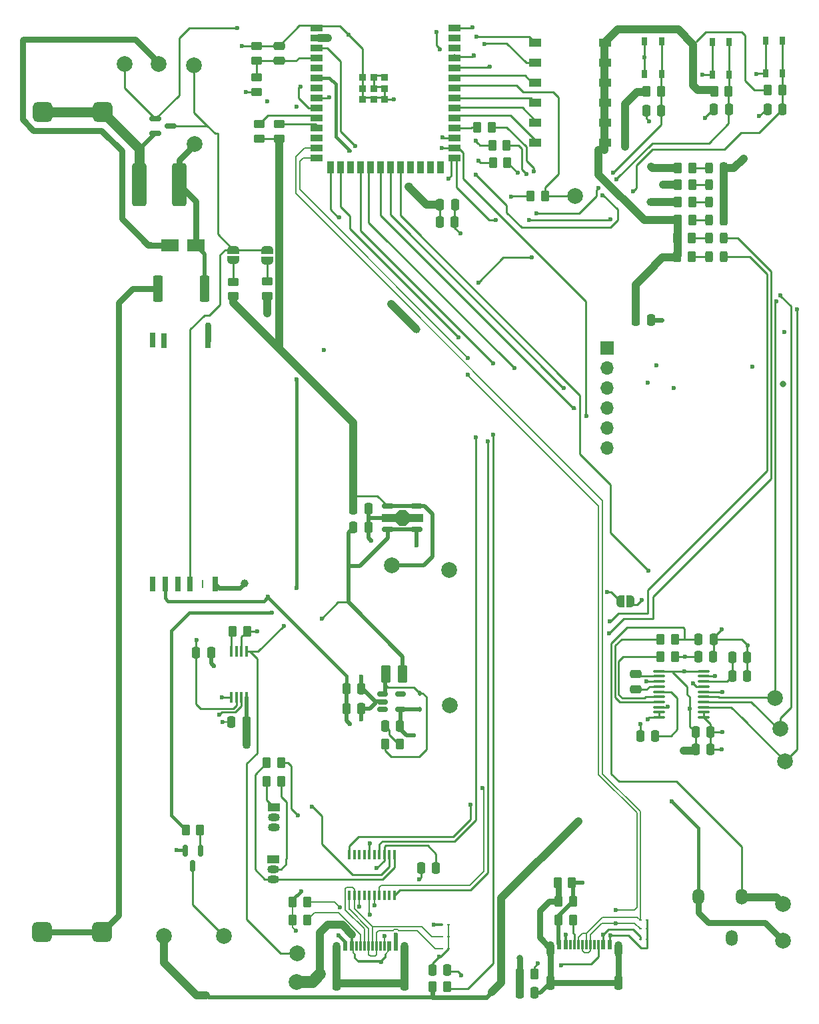
<source format=gbr>
%TF.GenerationSoftware,KiCad,Pcbnew,8.0.4*%
%TF.CreationDate,2025-01-31T21:40:56-05:00*%
%TF.ProjectId,Radiation,52616469-6174-4696-9f6e-2e6b69636164,rev?*%
%TF.SameCoordinates,Original*%
%TF.FileFunction,Copper,L1,Top*%
%TF.FilePolarity,Positive*%
%FSLAX46Y46*%
G04 Gerber Fmt 4.6, Leading zero omitted, Abs format (unit mm)*
G04 Created by KiCad (PCBNEW 8.0.4) date 2025-01-31 21:40:56*
%MOMM*%
%LPD*%
G01*
G04 APERTURE LIST*
G04 Aperture macros list*
%AMRoundRect*
0 Rectangle with rounded corners*
0 $1 Rounding radius*
0 $2 $3 $4 $5 $6 $7 $8 $9 X,Y pos of 4 corners*
0 Add a 4 corners polygon primitive as box body*
4,1,4,$2,$3,$4,$5,$6,$7,$8,$9,$2,$3,0*
0 Add four circle primitives for the rounded corners*
1,1,$1+$1,$2,$3*
1,1,$1+$1,$4,$5*
1,1,$1+$1,$6,$7*
1,1,$1+$1,$8,$9*
0 Add four rect primitives between the rounded corners*
20,1,$1+$1,$2,$3,$4,$5,0*
20,1,$1+$1,$4,$5,$6,$7,0*
20,1,$1+$1,$6,$7,$8,$9,0*
20,1,$1+$1,$8,$9,$2,$3,0*%
%AMFreePoly0*
4,1,19,0.500000,-0.750000,0.000000,-0.750000,0.000000,-0.744911,-0.071157,-0.744911,-0.207708,-0.704816,-0.327430,-0.627875,-0.420627,-0.520320,-0.479746,-0.390866,-0.500000,-0.250000,-0.500000,0.250000,-0.479746,0.390866,-0.420627,0.520320,-0.327430,0.627875,-0.207708,0.704816,-0.071157,0.744911,0.000000,0.744911,0.000000,0.750000,0.500000,0.750000,0.500000,-0.750000,0.500000,-0.750000,
$1*%
%AMFreePoly1*
4,1,19,0.000000,0.744911,0.071157,0.744911,0.207708,0.704816,0.327430,0.627875,0.420627,0.520320,0.479746,0.390866,0.500000,0.250000,0.500000,-0.250000,0.479746,-0.390866,0.420627,-0.520320,0.327430,-0.627875,0.207708,-0.704816,0.071157,-0.744911,0.000000,-0.744911,0.000000,-0.750000,-0.500000,-0.750000,-0.500000,0.750000,0.000000,0.750000,0.000000,0.744911,0.000000,0.744911,
$1*%
%AMFreePoly2*
4,1,13,0.900000,0.500000,2.600000,0.500000,2.600000,-0.500000,0.900000,-0.500000,0.400000,-1.000000,-0.400000,-1.000000,-0.900000,-0.500000,-2.600000,-0.500000,-2.600000,0.500000,-0.900000,0.500000,-0.400000,1.000000,0.400000,1.000000,0.900000,0.500000,0.900000,0.500000,$1*%
G04 Aperture macros list end*
%TA.AperFunction,SMDPad,CuDef*%
%ADD10R,0.600000X1.150000*%
%TD*%
%TA.AperFunction,SMDPad,CuDef*%
%ADD11R,0.300000X1.150000*%
%TD*%
%TA.AperFunction,ComponentPad*%
%ADD12O,1.000000X2.100000*%
%TD*%
%TA.AperFunction,ComponentPad*%
%ADD13RoundRect,0.250000X-0.250000X-0.650000X0.250000X-0.650000X0.250000X0.650000X-0.250000X0.650000X0*%
%TD*%
%TA.AperFunction,ComponentPad*%
%ADD14O,1.498600X2.006600*%
%TD*%
%TA.AperFunction,SMDPad,CuDef*%
%ADD15RoundRect,0.250000X0.262500X0.450000X-0.262500X0.450000X-0.262500X-0.450000X0.262500X-0.450000X0*%
%TD*%
%TA.AperFunction,SMDPad,CuDef*%
%ADD16RoundRect,0.250000X-0.250000X-0.475000X0.250000X-0.475000X0.250000X0.475000X-0.250000X0.475000X0*%
%TD*%
%TA.AperFunction,SMDPad,CuDef*%
%ADD17R,0.760000X1.910000*%
%TD*%
%TA.AperFunction,SMDPad,CuDef*%
%ADD18R,0.150000X1.000000*%
%TD*%
%TA.AperFunction,SMDPad,CuDef*%
%ADD19RoundRect,0.062500X0.117500X0.062500X-0.117500X0.062500X-0.117500X-0.062500X0.117500X-0.062500X0*%
%TD*%
%TA.AperFunction,ComponentPad*%
%ADD20C,2.000000*%
%TD*%
%TA.AperFunction,SMDPad,CuDef*%
%ADD21R,0.400000X1.200000*%
%TD*%
%TA.AperFunction,SMDPad,CuDef*%
%ADD22RoundRect,0.150000X-0.587500X-0.150000X0.587500X-0.150000X0.587500X0.150000X-0.587500X0.150000X0*%
%TD*%
%TA.AperFunction,ComponentPad*%
%ADD23R,1.500000X1.050000*%
%TD*%
%TA.AperFunction,ComponentPad*%
%ADD24O,1.500000X1.050000*%
%TD*%
%TA.AperFunction,SMDPad,CuDef*%
%ADD25RoundRect,0.250000X-0.262500X-0.450000X0.262500X-0.450000X0.262500X0.450000X-0.262500X0.450000X0*%
%TD*%
%TA.AperFunction,ComponentPad*%
%ADD26RoundRect,0.635000X0.635000X-0.635000X0.635000X0.635000X-0.635000X0.635000X-0.635000X-0.635000X0*%
%TD*%
%TA.AperFunction,SMDPad,CuDef*%
%ADD27FreePoly0,270.000000*%
%TD*%
%TA.AperFunction,SMDPad,CuDef*%
%ADD28FreePoly1,270.000000*%
%TD*%
%TA.AperFunction,SMDPad,CuDef*%
%ADD29RoundRect,0.250000X-0.650000X-2.450000X0.650000X-2.450000X0.650000X2.450000X-0.650000X2.450000X0*%
%TD*%
%TA.AperFunction,SMDPad,CuDef*%
%ADD30R,0.650000X1.050000*%
%TD*%
%TA.AperFunction,SMDPad,CuDef*%
%ADD31RoundRect,0.175000X-0.575000X-0.175000X0.575000X-0.175000X0.575000X0.175000X-0.575000X0.175000X0*%
%TD*%
%TA.AperFunction,SMDPad,CuDef*%
%ADD32FreePoly2,0.000000*%
%TD*%
%TA.AperFunction,SMDPad,CuDef*%
%ADD33RoundRect,0.250000X-0.450000X0.262500X-0.450000X-0.262500X0.450000X-0.262500X0.450000X0.262500X0*%
%TD*%
%TA.AperFunction,SMDPad,CuDef*%
%ADD34RoundRect,0.250000X0.375000X0.850000X-0.375000X0.850000X-0.375000X-0.850000X0.375000X-0.850000X0*%
%TD*%
%TA.AperFunction,SMDPad,CuDef*%
%ADD35RoundRect,0.250000X0.250000X0.475000X-0.250000X0.475000X-0.250000X-0.475000X0.250000X-0.475000X0*%
%TD*%
%TA.AperFunction,SMDPad,CuDef*%
%ADD36RoundRect,0.100000X-0.637500X-0.100000X0.637500X-0.100000X0.637500X0.100000X-0.637500X0.100000X0*%
%TD*%
%TA.AperFunction,SMDPad,CuDef*%
%ADD37RoundRect,0.243750X0.243750X0.456250X-0.243750X0.456250X-0.243750X-0.456250X0.243750X-0.456250X0*%
%TD*%
%TA.AperFunction,SMDPad,CuDef*%
%ADD38RoundRect,0.250000X-0.475000X0.250000X-0.475000X-0.250000X0.475000X-0.250000X0.475000X0.250000X0*%
%TD*%
%TA.AperFunction,SMDPad,CuDef*%
%ADD39R,2.260000X1.510000*%
%TD*%
%TA.AperFunction,SMDPad,CuDef*%
%ADD40FreePoly0,0.000000*%
%TD*%
%TA.AperFunction,SMDPad,CuDef*%
%ADD41FreePoly1,0.000000*%
%TD*%
%TA.AperFunction,SMDPad,CuDef*%
%ADD42RoundRect,0.250000X-0.362500X-1.425000X0.362500X-1.425000X0.362500X1.425000X-0.362500X1.425000X0*%
%TD*%
%TA.AperFunction,SMDPad,CuDef*%
%ADD43RoundRect,0.150000X-0.512500X-0.150000X0.512500X-0.150000X0.512500X0.150000X-0.512500X0.150000X0*%
%TD*%
%TA.AperFunction,SMDPad,CuDef*%
%ADD44R,0.355600X1.473200*%
%TD*%
%TA.AperFunction,SMDPad,CuDef*%
%ADD45R,1.500000X1.100000*%
%TD*%
%TA.AperFunction,SMDPad,CuDef*%
%ADD46RoundRect,0.250000X0.475000X-0.250000X0.475000X0.250000X-0.475000X0.250000X-0.475000X-0.250000X0*%
%TD*%
%TA.AperFunction,SMDPad,CuDef*%
%ADD47RoundRect,0.150000X-0.150000X0.587500X-0.150000X-0.587500X0.150000X-0.587500X0.150000X0.587500X0*%
%TD*%
%TA.AperFunction,ComponentPad*%
%ADD48R,1.700000X1.700000*%
%TD*%
%TA.AperFunction,ComponentPad*%
%ADD49O,1.700000X1.700000*%
%TD*%
%TA.AperFunction,SMDPad,CuDef*%
%ADD50R,1.500000X0.900000*%
%TD*%
%TA.AperFunction,SMDPad,CuDef*%
%ADD51R,0.900000X1.500000*%
%TD*%
%TA.AperFunction,SMDPad,CuDef*%
%ADD52R,0.900000X0.900000*%
%TD*%
%TA.AperFunction,SMDPad,CuDef*%
%ADD53RoundRect,0.112500X0.112500X-0.187500X0.112500X0.187500X-0.112500X0.187500X-0.112500X-0.187500X0*%
%TD*%
%TA.AperFunction,ViaPad*%
%ADD54C,1.000000*%
%TD*%
%TA.AperFunction,ViaPad*%
%ADD55C,0.600000*%
%TD*%
%TA.AperFunction,ViaPad*%
%ADD56C,0.800000*%
%TD*%
%TA.AperFunction,ViaPad*%
%ADD57C,0.762000*%
%TD*%
%TA.AperFunction,ViaPad*%
%ADD58C,0.889000*%
%TD*%
%TA.AperFunction,ViaPad*%
%ADD59C,1.100000*%
%TD*%
%TA.AperFunction,Conductor*%
%ADD60C,1.000000*%
%TD*%
%TA.AperFunction,Conductor*%
%ADD61C,0.254000*%
%TD*%
%TA.AperFunction,Conductor*%
%ADD62C,0.600000*%
%TD*%
%TA.AperFunction,Conductor*%
%ADD63C,0.200000*%
%TD*%
%TA.AperFunction,Conductor*%
%ADD64C,0.508000*%
%TD*%
%TA.AperFunction,Conductor*%
%ADD65C,0.762000*%
%TD*%
%TA.AperFunction,Conductor*%
%ADD66C,0.500000*%
%TD*%
%TA.AperFunction,Conductor*%
%ADD67C,0.400000*%
%TD*%
%TA.AperFunction,Conductor*%
%ADD68C,1.270000*%
%TD*%
%TA.AperFunction,Conductor*%
%ADD69C,1.016000*%
%TD*%
%TA.AperFunction,Conductor*%
%ADD70C,0.800000*%
%TD*%
%TA.AperFunction,Conductor*%
%ADD71C,1.524000*%
%TD*%
%TA.AperFunction,Conductor*%
%ADD72C,0.300000*%
%TD*%
G04 APERTURE END LIST*
D10*
%TO.P,J1,A1_B12,GND*%
%TO.N,GND*%
X107400000Y-179345000D03*
%TO.P,J1,A4_B9,VBUS*%
%TO.N,VBUS*%
X108200000Y-179345000D03*
D11*
%TO.P,J1,A5,CC1*%
%TO.N,Net-(J1-CC1)*%
X109350000Y-179345000D03*
%TO.P,J1,A6,DP+*%
%TO.N,/USB_D+*%
X110350000Y-179345000D03*
%TO.P,J1,A7,DN-*%
%TO.N,/USB_D-*%
X110850000Y-179345000D03*
%TO.P,J1,A8,SBU1*%
%TO.N,unconnected-(J1-SBU1-PadA8)*%
X111850000Y-179345000D03*
D10*
%TO.P,J1,B1_A12,GND*%
%TO.N,GND*%
X113800000Y-179345000D03*
%TO.P,J1,B4_A9,VBUS*%
%TO.N,VBUS*%
X113000000Y-179345000D03*
D11*
%TO.P,J1,B5,CC2*%
%TO.N,Net-(J1-CC2)*%
X112350000Y-179345000D03*
%TO.P,J1,B6,DP2+*%
%TO.N,/USB_D+*%
X111350000Y-179345000D03*
%TO.P,J1,B7,DN2-*%
%TO.N,/USB_D-*%
X109850000Y-179345000D03*
%TO.P,J1,B8,SBU2*%
%TO.N,unconnected-(J1-SBU2-PadB8)*%
X108850000Y-179345000D03*
D12*
%TO.P,J1,SH1,SHELL_GND*%
%TO.N,/MCU/SHELL_GND*%
X106280000Y-179920000D03*
%TO.P,J1,SH2,SHELL_GND*%
X114920000Y-179920000D03*
D13*
%TO.P,J1,SH3,SHELL_GND*%
X106280000Y-184100000D03*
%TO.P,J1,SH4,SHELL_GND*%
X114920000Y-184100000D03*
%TD*%
D14*
%TO.P,J3,1,1*%
%TO.N,AGND*%
X129300124Y-178500000D03*
%TO.P,J3,2,2*%
%TO.N,/Audio/OUTL*%
X125049942Y-173199998D03*
%TO.P,J3,3,3*%
%TO.N,/Audio/OUTR*%
X130549941Y-173199998D03*
%TD*%
D10*
%TO.P,J2,A1_B12,GND*%
%TO.N,GND*%
X80222500Y-179445000D03*
%TO.P,J2,A4_B9,VBUS*%
%TO.N,VBUS*%
X81022500Y-179445000D03*
D11*
%TO.P,J2,A5,CC1*%
%TO.N,Net-(J2-CC1)*%
X82172500Y-179445000D03*
%TO.P,J2,A6,DP+*%
%TO.N,/MCU/DP_P*%
X83172500Y-179445000D03*
%TO.P,J2,A7,DN-*%
%TO.N,/MCU/DP_N*%
X83672500Y-179445000D03*
%TO.P,J2,A8,SBU1*%
%TO.N,unconnected-(J2-SBU1-PadA8)*%
X84672500Y-179445000D03*
D10*
%TO.P,J2,B1_A12,GND*%
%TO.N,GND*%
X86622500Y-179445000D03*
%TO.P,J2,B4_A9,VBUS*%
%TO.N,VBUS*%
X85822500Y-179445000D03*
D11*
%TO.P,J2,B5,CC2*%
%TO.N,Net-(J2-CC2)*%
X85172500Y-179445000D03*
%TO.P,J2,B6,DP2+*%
%TO.N,/MCU/DP_P*%
X84172500Y-179445000D03*
%TO.P,J2,B7,DN2-*%
%TO.N,/MCU/DP_N*%
X82672500Y-179445000D03*
%TO.P,J2,B8,SBU2*%
%TO.N,unconnected-(J2-SBU2-PadB8)*%
X81672500Y-179445000D03*
D12*
%TO.P,J2,SH1,SHELL_GND*%
%TO.N,/MCU/SHELL_GND*%
X79102500Y-180020000D03*
%TO.P,J2,SH2,SHELL_GND*%
X87742500Y-180020000D03*
D13*
%TO.P,J2,SH3,SHELL_GND*%
X79102500Y-184200000D03*
%TO.P,J2,SH4,SHELL_GND*%
X87742500Y-184200000D03*
%TD*%
D15*
%TO.P,R4,1*%
%TO.N,GND*%
X67712500Y-139500000D03*
%TO.P,R4,2*%
%TO.N,Net-(U1-ILIM)*%
X65887500Y-139500000D03*
%TD*%
%TO.P,R29,1*%
%TO.N,/Audio/OUTL*%
X122112500Y-142725000D03*
%TO.P,R29,2*%
%TO.N,Net-(U6-OUTL)*%
X120287500Y-142725000D03*
%TD*%
D16*
%TO.P,C10,1*%
%TO.N,+3.3V*%
X92200000Y-87500000D03*
%TO.P,C10,2*%
%TO.N,GND*%
X94100000Y-87500000D03*
%TD*%
D17*
%TO.P,T1,1,1*%
%TO.N,unconnected-(T1-Pad1)*%
X55712500Y-133505000D03*
%TO.P,T1,2*%
%TO.N,+5V*%
X57312500Y-133505000D03*
%TO.P,T1,3*%
%TO.N,unconnected-(T1-Pad3)*%
X58912500Y-133505000D03*
%TO.P,T1,4*%
%TO.N,Net-(JP1-A)*%
X60512500Y-133505000D03*
D18*
%TO.P,T1,5,5*%
%TO.N,unconnected-(T1-Pad5)*%
X62082500Y-133505000D03*
D17*
%TO.P,T1,6*%
%TO.N,+500V*%
X63712500Y-133505000D03*
%TO.P,T1,7*%
%TO.N,GND*%
X62742500Y-102575000D03*
%TO.P,T1,8,8*%
%TO.N,unconnected-(T1-Pad8)*%
X57142500Y-102575000D03*
%TO.P,T1,9,9*%
%TO.N,unconnected-(T1-Pad9)*%
X55712500Y-102535000D03*
%TD*%
D15*
%TO.P,R25,1*%
%TO.N,/I2S_BCK*%
X100812500Y-80000000D03*
%TO.P,R25,2*%
%TO.N,Net-(U4-IO35)*%
X98987500Y-80000000D03*
%TD*%
%TO.P,R32,1*%
%TO.N,/GPIO0*%
X135712500Y-70800000D03*
%TO.P,R32,2*%
%TO.N,+3.3V*%
X133887500Y-70800000D03*
%TD*%
D19*
%TO.P,D5,1,A1*%
%TO.N,/USB_D+*%
X117680000Y-177300000D03*
%TO.P,D5,2,A2*%
%TO.N,GND*%
X118520000Y-177300000D03*
%TD*%
D20*
%TO.P,3.3V1,1,1*%
%TO.N,+3.3V*%
X86100000Y-131100000D03*
%TD*%
D21*
%TO.P,U5,1,~{DTR}*%
%TO.N,Net-(Q2-S)*%
X86447500Y-167857500D03*
%TO.P,U5,2,~{RTS}*%
%TO.N,Net-(Q3-D)*%
X85812500Y-167857500D03*
%TO.P,U5,3,VCCIO*%
%TO.N,Net-(U5-3V3OUT)*%
X85177500Y-167857500D03*
%TO.P,U5,4,RXD*%
%TO.N,/MCU/TX*%
X84542500Y-167857500D03*
%TO.P,U5,5,~{RI}*%
%TO.N,unconnected-(U5-~{RI}-Pad5)*%
X83907500Y-167857500D03*
%TO.P,U5,6,GND*%
%TO.N,GND*%
X83272500Y-167857500D03*
%TO.P,U5,7,~{DSR}*%
%TO.N,unconnected-(U5-~{DSR}-Pad7)*%
X82637500Y-167857500D03*
%TO.P,U5,8,~{DCD}*%
%TO.N,unconnected-(U5-~{DCD}-Pad8)*%
X82002500Y-167857500D03*
%TO.P,U5,9,~{CTS}*%
%TO.N,unconnected-(U5-~{CTS}-Pad9)*%
X81367500Y-167857500D03*
%TO.P,U5,10,CBUS2*%
%TO.N,/MCU/TX_LED*%
X80732500Y-167857500D03*
%TO.P,U5,11,USBDP*%
%TO.N,/MCU/DP_P*%
X80732500Y-173057500D03*
%TO.P,U5,12,USBDM*%
%TO.N,/MCU/DP_N*%
X81367500Y-173057500D03*
%TO.P,U5,13,3V3OUT*%
%TO.N,Net-(U5-3V3OUT)*%
X82002500Y-173057500D03*
%TO.P,U5,14,~{RESET}*%
%TO.N,unconnected-(U5-~{RESET}-Pad14)*%
X82637500Y-173057500D03*
%TO.P,U5,15,VCC*%
%TO.N,+3.3V*%
X83272500Y-173057500D03*
%TO.P,U5,16,GND*%
%TO.N,GND*%
X83907500Y-173057500D03*
%TO.P,U5,17,CBUS1*%
%TO.N,/MCU/RX_LED*%
X84542500Y-173057500D03*
%TO.P,U5,18,CBUS0*%
%TO.N,unconnected-(U5-CBUS0-Pad18)*%
X85177500Y-173057500D03*
%TO.P,U5,19,CBUS3*%
%TO.N,unconnected-(U5-CBUS3-Pad19)*%
X85812500Y-173057500D03*
%TO.P,U5,20,TXD*%
%TO.N,/MCU/RX*%
X86447500Y-173057500D03*
%TD*%
D22*
%TO.P,Q1,1,G*%
%TO.N,Net-(Q1-G)*%
X56100000Y-74400000D03*
%TO.P,Q1,2,S*%
%TO.N,GND*%
X56100000Y-76300000D03*
%TO.P,Q1,3,D*%
%TO.N,Net-(JP1-A)*%
X57975000Y-75350000D03*
%TD*%
D15*
%TO.P,R14,1*%
%TO.N,Net-(J1-CC2)*%
X104212500Y-183000000D03*
%TO.P,R14,2*%
%TO.N,GND*%
X102387500Y-183000000D03*
%TD*%
D23*
%TO.P,Q2,1,D*%
%TO.N,/GPIO0*%
X71040000Y-168430000D03*
D24*
%TO.P,Q2,2,G*%
%TO.N,Net-(Q2-G)*%
X71040000Y-169700000D03*
%TO.P,Q2,3,S*%
%TO.N,Net-(Q2-S)*%
X71040000Y-170970000D03*
%TD*%
D20*
%TO.P,TP5,1,1*%
%TO.N,Net-(JP1-A)*%
X61000000Y-67600000D03*
%TD*%
D25*
%TO.P,R17,1*%
%TO.N,+3.3V*%
X122375000Y-91900000D03*
%TO.P,R17,2*%
%TO.N,Net-(D8-A)*%
X124200000Y-91900000D03*
%TD*%
D20*
%TO.P,TP3,1,1*%
%TO.N,+500V*%
X56500000Y-67500000D03*
%TD*%
%TO.P,5V1,1,1*%
%TO.N,+5V*%
X93500000Y-148900000D03*
%TD*%
D15*
%TO.P,R30,1*%
%TO.N,/Audio/OUTR*%
X122112500Y-140525000D03*
%TO.P,R30,2*%
%TO.N,Net-(U6-OUTR)*%
X120287500Y-140525000D03*
%TD*%
%TO.P,R33,1*%
%TO.N,/EN*%
X128912500Y-70900000D03*
%TO.P,R33,2*%
%TO.N,+3.3V*%
X127087500Y-70900000D03*
%TD*%
%TO.P,R21,1*%
%TO.N,Net-(J2-CC2)*%
X75335000Y-173900000D03*
%TO.P,R21,2*%
%TO.N,GND*%
X73510000Y-173900000D03*
%TD*%
D26*
%TO.P,F1,1,1*%
%TO.N,Net-(F1-Pad1)*%
X41642500Y-177727500D03*
X49262500Y-177727500D03*
%TO.P,F1,2,2*%
%TO.N,GND*%
X41737500Y-73577500D03*
X49357500Y-73577500D03*
%TD*%
D15*
%TO.P,R26,1*%
%TO.N,/I2S_LRCK*%
X100712500Y-77800000D03*
%TO.P,R26,2*%
%TO.N,Net-(U4-IO36)*%
X98887500Y-77800000D03*
%TD*%
%TO.P,R18,1*%
%TO.N,Net-(J2-CC1)*%
X75335000Y-176200000D03*
%TO.P,R18,2*%
%TO.N,GND*%
X73510000Y-176200000D03*
%TD*%
D16*
%TO.P,C14,1*%
%TO.N,/Audio/OUTR*%
X125112500Y-140525000D03*
%TO.P,C14,2*%
%TO.N,AGND*%
X127012500Y-140525000D03*
%TD*%
%TO.P,C7,1*%
%TO.N,+5V*%
X80350000Y-146790000D03*
%TO.P,C7,2*%
%TO.N,GND*%
X82250000Y-146790000D03*
%TD*%
%TO.P,C19,1*%
%TO.N,+3.3V*%
X124712500Y-154525000D03*
%TO.P,C19,2*%
%TO.N,AGND*%
X126612500Y-154525000D03*
%TD*%
D27*
%TO.P,JP2,1,A*%
%TO.N,Net-(JP1-A)*%
X66000000Y-91050000D03*
D28*
%TO.P,JP2,2,B*%
%TO.N,Net-(JP2-B)*%
X66000000Y-92350000D03*
%TD*%
D16*
%TO.P,C6,1*%
%TO.N,VHIGH*%
X81250000Y-126300000D03*
%TO.P,C6,2*%
%TO.N,GND*%
X83150000Y-126300000D03*
%TD*%
D15*
%TO.P,R34,1*%
%TO.N,/GPIO46*%
X120312500Y-70971500D03*
%TO.P,R34,2*%
%TO.N,VBUS*%
X118487500Y-70971500D03*
%TD*%
D16*
%TO.P,C5,1*%
%TO.N,+3.3V*%
X81250000Y-123900000D03*
%TO.P,C5,2*%
%TO.N,GND*%
X83150000Y-123900000D03*
%TD*%
D29*
%TO.P,C1,1*%
%TO.N,GND*%
X54050000Y-82800000D03*
%TO.P,C1,2*%
%TO.N,Net-(D1-K)*%
X59150000Y-82800000D03*
%TD*%
D20*
%TO.P,HI-V1,1,1*%
%TO.N,Net-(D1-K)*%
X61100000Y-77600000D03*
%TD*%
D15*
%TO.P,R6,1*%
%TO.N,Net-(D2-A)*%
X124300000Y-87300000D03*
%TO.P,R6,2*%
%TO.N,+3.3V*%
X122475000Y-87300000D03*
%TD*%
D30*
%TO.P,S2,1*%
%TO.N,/EN*%
X128975000Y-64625000D03*
%TO.P,S2,2*%
X128975000Y-68775000D03*
%TO.P,S2,3*%
%TO.N,GND*%
X126825000Y-64625000D03*
%TO.P,S2,4*%
X126825000Y-68775000D03*
%TD*%
D16*
%TO.P,C22,1*%
%TO.N,GND*%
X127050000Y-73200000D03*
%TO.P,C22,2*%
%TO.N,/EN*%
X128950000Y-73200000D03*
%TD*%
D31*
%TO.P,U2,1,VFB*%
%TO.N,+3.3V*%
X85600000Y-123600000D03*
D32*
%TO.P,U2,2,GND*%
%TO.N,GND*%
X87450000Y-125100000D03*
D31*
%TO.P,U2,3,CE*%
%TO.N,VHIGH*%
X85600000Y-126600000D03*
%TO.P,U2,4,VDD*%
X89300000Y-126600000D03*
%TO.P,U2,5,VOUT*%
%TO.N,+3.3V*%
X89300000Y-123600000D03*
%TD*%
D16*
%TO.P,C18,1*%
%TO.N,+3.3V*%
X124712500Y-152325000D03*
%TO.P,C18,2*%
%TO.N,AGND*%
X126612500Y-152325000D03*
%TD*%
D19*
%TO.P,D12,1,A1*%
%TO.N,/MCU/DP_P*%
X92502500Y-179800000D03*
%TO.P,D12,2,A2*%
%TO.N,GND*%
X93342500Y-179800000D03*
%TD*%
D15*
%TO.P,R28,1*%
%TO.N,Net-(Q4-B)*%
X61762500Y-164737500D03*
%TO.P,R28,2*%
%TO.N,/BEEP*%
X59937500Y-164737500D03*
%TD*%
D33*
%TO.P,R11,1*%
%TO.N,/SCL*%
X69300000Y-75087500D03*
%TO.P,R11,2*%
%TO.N,+3.3V*%
X69300000Y-76912500D03*
%TD*%
D25*
%TO.P,R15,1*%
%TO.N,/MCU/SHELL_GND*%
X107287500Y-173800000D03*
%TO.P,R15,2*%
%TO.N,GND*%
X109112500Y-173800000D03*
%TD*%
D34*
%TO.P,L1,1,1*%
%TO.N,VHIGH*%
X87500000Y-144900000D03*
%TO.P,L1,2,2*%
%TO.N,Net-(D3-A)*%
X85350000Y-144900000D03*
%TD*%
D16*
%TO.P,C2,1*%
%TO.N,+VBAT*%
X61250000Y-142200000D03*
%TO.P,C2,2*%
%TO.N,GND*%
X63150000Y-142200000D03*
%TD*%
D19*
%TO.P,D7,1,A1*%
%TO.N,VBUS*%
X117680000Y-178600000D03*
%TO.P,D7,2,A2*%
%TO.N,GND*%
X118520000Y-178600000D03*
%TD*%
D15*
%TO.P,R23,1*%
%TO.N,Net-(D13-A)*%
X124300000Y-80700000D03*
%TO.P,R23,2*%
%TO.N,VBUS*%
X122475000Y-80700000D03*
%TD*%
D16*
%TO.P,C25,1*%
%TO.N,GND*%
X89850000Y-169600000D03*
%TO.P,C25,2*%
%TO.N,Net-(U5-3V3OUT)*%
X91750000Y-169600000D03*
%TD*%
%TO.P,C9,1*%
%TO.N,+3.3V*%
X92250000Y-85300000D03*
%TO.P,C9,2*%
%TO.N,GND*%
X94150000Y-85300000D03*
%TD*%
D25*
%TO.P,R19,1*%
%TO.N,+3.3V*%
X122375000Y-89600000D03*
%TO.P,R19,2*%
%TO.N,Net-(D9-A)*%
X124200000Y-89600000D03*
%TD*%
D15*
%TO.P,R7,1*%
%TO.N,Net-(C4-Pad2)*%
X87112500Y-153800000D03*
%TO.P,R7,2*%
%TO.N,Net-(D3-A)*%
X85287500Y-153800000D03*
%TD*%
%TO.P,R27,1*%
%TO.N,/I2S_DOUT*%
X98812500Y-75500000D03*
%TO.P,R27,2*%
%TO.N,Net-(U4-IO37)*%
X96987500Y-75500000D03*
%TD*%
D35*
%TO.P,C26,1*%
%TO.N,Net-(U6-VNEG)*%
X119600000Y-152800000D03*
%TO.P,C26,2*%
%TO.N,AGND*%
X117700000Y-152800000D03*
%TD*%
%TO.P,C3,1*%
%TO.N,VBUS*%
X67650000Y-151000000D03*
%TO.P,C3,2*%
%TO.N,GND*%
X65750000Y-151000000D03*
%TD*%
D20*
%TO.P,TP8,1,1*%
%TO.N,Net-(Q1-G)*%
X52200000Y-67500000D03*
%TD*%
D36*
%TO.P,U6,1,CPVDD*%
%TO.N,+3.3V*%
X120037500Y-144575000D03*
%TO.P,U6,2,CAPP*%
%TO.N,Net-(U6-CAPP)*%
X120037500Y-145225000D03*
%TO.P,U6,3,CPGND*%
%TO.N,AGND*%
X120037500Y-145875000D03*
%TO.P,U6,4,CAPM*%
%TO.N,Net-(U6-CAPM)*%
X120037500Y-146525000D03*
%TO.P,U6,5,VNEG*%
%TO.N,Net-(U6-VNEG)*%
X120037500Y-147175000D03*
%TO.P,U6,6,OUTL*%
%TO.N,Net-(U6-OUTL)*%
X120037500Y-147825000D03*
%TO.P,U6,7,OUTR*%
%TO.N,Net-(U6-OUTR)*%
X120037500Y-148475000D03*
%TO.P,U6,8,AVDD*%
%TO.N,+3.3V*%
X120037500Y-149125000D03*
%TO.P,U6,9,AGND*%
%TO.N,AGND*%
X120037500Y-149775000D03*
%TO.P,U6,10,DEMP*%
X120037500Y-150425000D03*
%TO.P,U6,11,FLT*%
X125762500Y-150425000D03*
%TO.P,U6,12,SCK*%
X125762500Y-149775000D03*
%TO.P,U6,13,BCK*%
%TO.N,/I2S_BCK*%
X125762500Y-149125000D03*
%TO.P,U6,14,DIN*%
%TO.N,/I2S_DOUT*%
X125762500Y-148475000D03*
%TO.P,U6,15,LRCK*%
%TO.N,/I2S_LRCK*%
X125762500Y-147825000D03*
%TO.P,U6,16,FMT*%
%TO.N,AGND*%
X125762500Y-147175000D03*
%TO.P,U6,17,XSMT*%
%TO.N,/MUTE*%
X125762500Y-146525000D03*
%TO.P,U6,18,LDOO*%
%TO.N,Net-(U6-LDOO)*%
X125762500Y-145875000D03*
%TO.P,U6,19,DGND*%
%TO.N,AGND*%
X125762500Y-145225000D03*
%TO.P,U6,20,DVDD*%
%TO.N,+3.3V*%
X125762500Y-144575000D03*
%TD*%
D37*
%TO.P,D2,1,K*%
%TO.N,GND*%
X128325000Y-87300000D03*
%TO.P,D2,2,A*%
%TO.N,Net-(D2-A)*%
X126450000Y-87300000D03*
%TD*%
D25*
%TO.P,R22,1*%
%TO.N,+3.3V*%
X91287500Y-184600000D03*
%TO.P,R22,2*%
%TO.N,/CS*%
X93112500Y-184600000D03*
%TD*%
D33*
%TO.P,R13,1*%
%TO.N,GND*%
X68900000Y-65187500D03*
%TO.P,R13,2*%
%TO.N,Net-(U4-IO4{slash}ADC1_CH3)*%
X68900000Y-67012500D03*
%TD*%
D20*
%TO.P,LRCK,1,1*%
%TO.N,/I2S_LRCK*%
X134800000Y-148000000D03*
%TD*%
D19*
%TO.P,D6,1,A1*%
%TO.N,/USB_D-*%
X117680000Y-176200000D03*
%TO.P,D6,2,A2*%
%TO.N,GND*%
X118520000Y-176200000D03*
%TD*%
D38*
%TO.P,C13,1*%
%TO.N,Net-(U6-CAPP)*%
X117100000Y-144950000D03*
%TO.P,C13,2*%
%TO.N,Net-(U6-CAPM)*%
X117100000Y-146850000D03*
%TD*%
D20*
%TO.P,DOUT1,1,1*%
%TO.N,/I2S_DOUT*%
X135500000Y-151900000D03*
%TD*%
D15*
%TO.P,R12,1*%
%TO.N,Net-(J1-CC1)*%
X109112500Y-176200000D03*
%TO.P,R12,2*%
%TO.N,GND*%
X107287500Y-176200000D03*
%TD*%
D39*
%TO.P,D1,1,K*%
%TO.N,Net-(D1-K)*%
X61232500Y-90500000D03*
%TO.P,D1,2,A*%
%TO.N,+500V*%
X57892500Y-90500000D03*
%TD*%
D40*
%TO.P,JP3,1,A*%
%TO.N,GND*%
X115150000Y-135700000D03*
D41*
%TO.P,JP3,2,B*%
%TO.N,AGND*%
X116450000Y-135700000D03*
%TD*%
D20*
%TO.P,OUT R,1,1*%
%TO.N,/Audio/OUTR*%
X135800000Y-174100000D03*
%TD*%
D25*
%TO.P,R5,1*%
%TO.N,Net-(Q1-G)*%
X103775000Y-84200000D03*
%TO.P,R5,2*%
%TO.N,/PWM*%
X105600000Y-84200000D03*
%TD*%
D15*
%TO.P,R20,1*%
%TO.N,Net-(Q3-G)*%
X72037500Y-156200000D03*
%TO.P,R20,2*%
%TO.N,Net-(Q2-S)*%
X70212500Y-156200000D03*
%TD*%
D42*
%TO.P,R3,1*%
%TO.N,Net-(F1-Pad1)*%
X56437500Y-96000000D03*
%TO.P,R3,2*%
%TO.N,Net-(D1-K)*%
X62362500Y-96000000D03*
%TD*%
D16*
%TO.P,C15,1*%
%TO.N,/Audio/OUTL*%
X125062500Y-142725000D03*
%TO.P,C15,2*%
%TO.N,AGND*%
X126962500Y-142725000D03*
%TD*%
%TO.P,C21,1*%
%TO.N,+3.3V*%
X117150000Y-100000000D03*
%TO.P,C21,2*%
%TO.N,GND*%
X119050000Y-100000000D03*
%TD*%
D30*
%TO.P,S3,1*%
%TO.N,/GPIO46*%
X120375000Y-64596500D03*
%TO.P,S3,2*%
X120375000Y-68746500D03*
%TO.P,S3,3*%
%TO.N,GND*%
X118225000Y-64596500D03*
%TO.P,S3,4*%
X118225000Y-68746500D03*
%TD*%
D16*
%TO.P,C17,1*%
%TO.N,Net-(U6-LDOO)*%
X129350000Y-145200000D03*
%TO.P,C17,2*%
%TO.N,AGND*%
X131250000Y-145200000D03*
%TD*%
D15*
%TO.P,R24,1*%
%TO.N,Net-(D14-A)*%
X124300000Y-82800000D03*
%TO.P,R24,2*%
%TO.N,+VBAT*%
X122475000Y-82800000D03*
%TD*%
D43*
%TO.P,U3,1,SW*%
%TO.N,Net-(D3-A)*%
X84925000Y-147500000D03*
%TO.P,U3,2,GND*%
%TO.N,GND*%
X84925000Y-148450000D03*
%TO.P,U3,3,NC*%
%TO.N,unconnected-(U3-NC-Pad3)*%
X84925000Y-149400000D03*
%TO.P,U3,4,VOUT*%
%TO.N,+5V*%
X87200000Y-149400000D03*
%TO.P,U3,5,NC*%
%TO.N,unconnected-(U3-NC-Pad5)*%
X87200000Y-147500000D03*
%TD*%
D16*
%TO.P,C23,1*%
%TO.N,GND*%
X118450000Y-73400000D03*
%TO.P,C23,2*%
%TO.N,/GPIO46*%
X120350000Y-73400000D03*
%TD*%
D33*
%TO.P,R10,1*%
%TO.N,/SDA*%
X71800000Y-75100000D03*
%TO.P,R10,2*%
%TO.N,+3.3V*%
X71800000Y-76925000D03*
%TD*%
D37*
%TO.P,D4,1,K*%
%TO.N,GND*%
X128325000Y-85000000D03*
%TO.P,D4,2,A*%
%TO.N,Net-(D4-A)*%
X126450000Y-85000000D03*
%TD*%
D27*
%TO.P,JP1,1,A*%
%TO.N,Net-(JP1-A)*%
X70300000Y-91100000D03*
D28*
%TO.P,JP1,2,B*%
%TO.N,Net-(JP1-B)*%
X70300000Y-92400000D03*
%TD*%
D16*
%TO.P,C8,1*%
%TO.N,+5V*%
X80350000Y-149300000D03*
%TO.P,C8,2*%
%TO.N,GND*%
X82250000Y-149300000D03*
%TD*%
D30*
%TO.P,S1,1*%
%TO.N,/GPIO0*%
X135775000Y-64525000D03*
%TO.P,S1,2*%
X135775000Y-68675000D03*
%TO.P,S1,3*%
%TO.N,GND*%
X133625000Y-64525000D03*
%TO.P,S1,4*%
X133625000Y-68675000D03*
%TD*%
D37*
%TO.P,D14,1,K*%
%TO.N,GND*%
X128325000Y-82800000D03*
%TO.P,D14,2,A*%
%TO.N,Net-(D14-A)*%
X126450000Y-82800000D03*
%TD*%
D20*
%TO.P,VHIGH1,1,1*%
%TO.N,VHIGH*%
X93400000Y-131700000D03*
%TD*%
D37*
%TO.P,D9,1,K*%
%TO.N,/MCU/TX_LED*%
X128325000Y-89600000D03*
%TO.P,D9,2,A*%
%TO.N,Net-(D9-A)*%
X126450000Y-89600000D03*
%TD*%
D20*
%TO.P,PWM1,1,1*%
%TO.N,/PWM*%
X109400000Y-84200000D03*
%TD*%
D23*
%TO.P,Q3,1,D*%
%TO.N,Net-(Q3-D)*%
X71115000Y-161860000D03*
D24*
%TO.P,Q3,2,G*%
%TO.N,Net-(Q3-G)*%
X71115000Y-163130000D03*
%TO.P,Q3,3,S*%
%TO.N,/EN*%
X71115000Y-164400000D03*
%TD*%
D44*
%TO.P,U1,1,STAT*%
%TO.N,/VSTAT*%
X67674999Y-142079000D03*
%TO.P,U1,2,D0*%
%TO.N,GND*%
X67025001Y-142079000D03*
%TO.P,U1,3,D1*%
%TO.N,unconnected-(U1-D1-Pad3)*%
X66374999Y-142079000D03*
%TO.P,U1,4,ILIM*%
%TO.N,Net-(U1-ILIM)*%
X65725001Y-142079000D03*
%TO.P,U1,5,GND*%
%TO.N,GND*%
X65725001Y-147921000D03*
%TO.P,U1,6,IN2*%
%TO.N,+VBAT*%
X66374999Y-147921000D03*
%TO.P,U1,7,OUT*%
%TO.N,VHIGH*%
X67025001Y-147921000D03*
%TO.P,U1,8,IN1*%
%TO.N,VBUS*%
X67674999Y-147921000D03*
%TD*%
D45*
%TO.P,S4,1A*%
%TO.N,+3.3V*%
X113250000Y-77450000D03*
%TO.P,S4,1B*%
%TO.N,/GPIO38*%
X104350000Y-77450000D03*
%TO.P,S4,2A*%
%TO.N,+3.3V*%
X113250000Y-74910000D03*
%TO.P,S4,2B*%
%TO.N,/GPIO39*%
X104350000Y-74910000D03*
%TO.P,S4,3A*%
%TO.N,+3.3V*%
X113250000Y-72370000D03*
%TO.P,S4,3B*%
%TO.N,/GPIO40*%
X104350000Y-72370000D03*
%TO.P,S4,4A*%
%TO.N,+3.3V*%
X113250000Y-69830000D03*
%TO.P,S4,4B*%
%TO.N,/GPIO42*%
X104350000Y-69830000D03*
%TO.P,S4,5A*%
%TO.N,+3.3V*%
X113250000Y-67290000D03*
%TO.P,S4,5B*%
%TO.N,/GPIO15*%
X104350000Y-67290000D03*
%TO.P,S4,6A*%
%TO.N,+3.3V*%
X113250000Y-64750000D03*
%TO.P,S4,6B*%
%TO.N,/GPIO16*%
X104350000Y-64750000D03*
%TD*%
D16*
%TO.P,C16,1*%
%TO.N,Net-(U6-LDOO)*%
X129350000Y-142800000D03*
%TO.P,C16,2*%
%TO.N,AGND*%
X131250000Y-142800000D03*
%TD*%
D25*
%TO.P,R31,1*%
%TO.N,/MCU/SHELL_GND*%
X107200000Y-171400000D03*
%TO.P,R31,2*%
%TO.N,GND*%
X109025000Y-171400000D03*
%TD*%
D33*
%TO.P,R9,1*%
%TO.N,Net-(U4-IO4{slash}ADC1_CH3)*%
X68900000Y-69187500D03*
%TO.P,R9,2*%
%TO.N,+VBAT*%
X68900000Y-71012500D03*
%TD*%
D46*
%TO.P,C24,1*%
%TO.N,Net-(U4-IO4{slash}ADC1_CH3)*%
X71800000Y-67050000D03*
%TO.P,C24,2*%
%TO.N,GND*%
X71800000Y-65150000D03*
%TD*%
D37*
%TO.P,D13,1,K*%
%TO.N,GND*%
X128325000Y-80700000D03*
%TO.P,D13,2,A*%
%TO.N,Net-(D13-A)*%
X126450000Y-80700000D03*
%TD*%
D20*
%TO.P,OUT L,1,1*%
%TO.N,/Audio/OUTL*%
X135800000Y-178800000D03*
%TD*%
D47*
%TO.P,Q4,1,B*%
%TO.N,Net-(Q4-B)*%
X61800000Y-167400000D03*
%TO.P,Q4,2,E*%
%TO.N,GND*%
X59900000Y-167400000D03*
%TO.P,Q4,3,C*%
%TO.N,Net-(Q4-C)*%
X60850000Y-169275000D03*
%TD*%
D48*
%TO.P,J5,1,Pin_1*%
%TO.N,/CS*%
X113500000Y-103560000D03*
D49*
%TO.P,J5,2,Pin_2*%
%TO.N,/MOSI*%
X113500000Y-106100000D03*
%TO.P,J5,3,Pin_3*%
%TO.N,/MISO*%
X113500000Y-108640000D03*
%TO.P,J5,4,Pin_4*%
%TO.N,/SCK*%
X113500000Y-111180000D03*
%TO.P,J5,5,Pin_5*%
%TO.N,+3.3V*%
X113500000Y-113720000D03*
%TO.P,J5,6,Pin_6*%
%TO.N,GND*%
X113500000Y-116260000D03*
%TD*%
D33*
%TO.P,R2,1*%
%TO.N,Net-(JP2-B)*%
X66000000Y-95137500D03*
%TO.P,R2,2*%
%TO.N,+3.3V*%
X66000000Y-96962500D03*
%TD*%
D15*
%TO.P,R8,1*%
%TO.N,Net-(D4-A)*%
X124300000Y-85000000D03*
%TO.P,R8,2*%
%TO.N,+5V*%
X122475000Y-85000000D03*
%TD*%
D37*
%TO.P,D8,1,K*%
%TO.N,/MCU/RX_LED*%
X128325000Y-91900000D03*
%TO.P,D8,2,A*%
%TO.N,Net-(D8-A)*%
X126450000Y-91900000D03*
%TD*%
D50*
%TO.P,U4,1,GND_1*%
%TO.N,GND*%
X76550000Y-62850000D03*
%TO.P,U4,2,3V3*%
%TO.N,+3.3V*%
X76550000Y-64120000D03*
%TO.P,U4,3,EN*%
%TO.N,/EN*%
X76550000Y-65390000D03*
%TO.P,U4,4,IO4/ADC1_CH3*%
%TO.N,Net-(U4-IO4{slash}ADC1_CH3)*%
X76550000Y-66660000D03*
%TO.P,U4,5,IO5/ADC1_CH4*%
%TO.N,unconnected-(U4-IO5{slash}ADC1_CH4-Pad5)*%
X76550000Y-67930000D03*
%TO.P,U4,6,IO6*%
%TO.N,/BEEP*%
X76550000Y-69200000D03*
%TO.P,U4,7,IO7*%
%TO.N,unconnected-(U4-IO7-Pad7)*%
X76550000Y-70470000D03*
%TO.P,U4,8,IO15*%
%TO.N,/GPIO15*%
X76550000Y-71740000D03*
%TO.P,U4,9,IO16*%
%TO.N,/GPIO16*%
X76550000Y-73010000D03*
%TO.P,U4,10,IO17*%
%TO.N,/SCL*%
X76550000Y-74280000D03*
%TO.P,U4,11,IO18*%
%TO.N,/SDA*%
X76550000Y-75550000D03*
%TO.P,U4,12,IO8*%
%TO.N,unconnected-(U4-IO8-Pad12)*%
X76550000Y-76820000D03*
%TO.P,U4,13,IO19*%
%TO.N,/USB_D-*%
X76550000Y-78090000D03*
%TO.P,U4,14,IO20*%
%TO.N,/USB_D+*%
X76550000Y-79360000D03*
D51*
%TO.P,U4,15,IO3*%
%TO.N,/VSTAT*%
X78315000Y-80610000D03*
%TO.P,U4,16,IO46*%
%TO.N,/GPIO46*%
X79585000Y-80610000D03*
%TO.P,U4,17,IO9*%
%TO.N,unconnected-(U4-IO9-Pad17)*%
X80855000Y-80610000D03*
%TO.P,U4,18,IO10/CS*%
%TO.N,/CS*%
X82125000Y-80610000D03*
%TO.P,U4,19,IO11/MOSI*%
%TO.N,/MOSI*%
X83395000Y-80610000D03*
%TO.P,U4,20,IO12/CLK*%
%TO.N,/SCK*%
X84665000Y-80610000D03*
%TO.P,U4,21,IO13/MISO*%
%TO.N,/MISO*%
X85935000Y-80610000D03*
%TO.P,U4,22,IO14*%
%TO.N,/MUTE*%
X87205000Y-80610000D03*
%TO.P,U4,23,IO21*%
%TO.N,unconnected-(U4-IO21-Pad23)*%
X88475000Y-80610000D03*
%TO.P,U4,24,IO47*%
%TO.N,unconnected-(U4-IO47-Pad24)*%
X89745000Y-80610000D03*
%TO.P,U4,25,IO48*%
%TO.N,unconnected-(U4-IO48-Pad25)*%
X91015000Y-80610000D03*
%TO.P,U4,26,IO45*%
%TO.N,unconnected-(U4-IO45-Pad26)*%
X92285000Y-80610000D03*
D50*
%TO.P,U4,27,IO0*%
%TO.N,/GPIO0*%
X94050000Y-79360000D03*
%TO.P,U4,28,IO35*%
%TO.N,Net-(U4-IO35)*%
X94050000Y-78090000D03*
%TO.P,U4,29,IO36*%
%TO.N,Net-(U4-IO36)*%
X94050000Y-76820000D03*
%TO.P,U4,30,IO37*%
%TO.N,Net-(U4-IO37)*%
X94050000Y-75550000D03*
%TO.P,U4,31,IO38*%
%TO.N,/GPIO38*%
X94050000Y-74280000D03*
%TO.P,U4,32,IO39*%
%TO.N,/GPIO39*%
X94050000Y-73010000D03*
%TO.P,U4,33,IO40*%
%TO.N,/GPIO40*%
X94050000Y-71740000D03*
%TO.P,U4,34,IO41*%
%TO.N,/PWM*%
X94050000Y-70470000D03*
%TO.P,U4,35,IO42*%
%TO.N,/GPIO42*%
X94050000Y-69200000D03*
%TO.P,U4,36,RXD0*%
%TO.N,/MCU/RX*%
X94050000Y-67930000D03*
%TO.P,U4,37,TXD0*%
%TO.N,/MCU/TX*%
X94050000Y-66660000D03*
%TO.P,U4,38,IO2*%
%TO.N,unconnected-(U4-IO2-Pad38)*%
X94050000Y-65390000D03*
%TO.P,U4,39,IO1*%
%TO.N,unconnected-(U4-IO1-Pad39)*%
X94050000Y-64120000D03*
%TO.P,U4,40,GND_2*%
%TO.N,GND*%
X94050000Y-62850000D03*
D52*
%TO.P,U4,41,GND_3*%
X83800000Y-70570000D03*
%TO.P,U4,42,GND_4*%
X83800000Y-69170000D03*
%TO.P,U4,43,GND_5*%
X82400000Y-69170000D03*
%TO.P,U4,44,GND_6*%
X82400000Y-70570000D03*
%TO.P,U4,45,GND_7*%
X82400000Y-71970000D03*
%TO.P,U4,46,GND_8*%
X83800000Y-71970000D03*
%TO.P,U4,47,GND_9*%
X85200000Y-71970000D03*
%TO.P,U4,48,GND_10*%
X85200000Y-70570000D03*
%TO.P,U4,49,GND_11*%
X85200000Y-69170000D03*
%TD*%
D20*
%TO.P,VBUS1,1,1*%
%TO.N,VBUS*%
X74000000Y-184037500D03*
%TD*%
D19*
%TO.P,D11,1,A1*%
%TO.N,/MCU/DP_N*%
X92502500Y-178300000D03*
%TO.P,D11,2,A2*%
%TO.N,GND*%
X93342500Y-178300000D03*
%TD*%
D20*
%TO.P,STAT1,1,1*%
%TO.N,/VSTAT*%
X74122500Y-180400000D03*
%TD*%
D33*
%TO.P,R1,1*%
%TO.N,Net-(JP1-B)*%
X70300000Y-95075000D03*
%TO.P,R1,2*%
%TO.N,+5V*%
X70300000Y-96900000D03*
%TD*%
D20*
%TO.P,LS1,N*%
%TO.N,Net-(Q4-C)*%
X64800000Y-178200000D03*
%TO.P,LS1,P*%
%TO.N,+3.3V*%
X57200000Y-178200000D03*
%TD*%
D15*
%TO.P,R16,1*%
%TO.N,Net-(Q2-G)*%
X72037500Y-158600000D03*
%TO.P,R16,2*%
%TO.N,Net-(Q3-D)*%
X70212500Y-158600000D03*
%TD*%
D16*
%TO.P,C20,1*%
%TO.N,GND*%
X133850000Y-73200000D03*
%TO.P,C20,2*%
%TO.N,/GPIO0*%
X135750000Y-73200000D03*
%TD*%
%TO.P,C12,1*%
%TO.N,GND*%
X91250000Y-182500000D03*
%TO.P,C12,2*%
%TO.N,/MCU/SHELL_GND*%
X93150000Y-182500000D03*
%TD*%
D19*
%TO.P,D10,1,A1*%
%TO.N,VBUS*%
X92517500Y-176800000D03*
%TO.P,D10,2,A2*%
%TO.N,GND*%
X93357500Y-176800000D03*
%TD*%
D20*
%TO.P,BCK,1,1*%
%TO.N,/I2S_BCK*%
X136100000Y-156000000D03*
%TD*%
D35*
%TO.P,C4,1*%
%TO.N,+5V*%
X87150000Y-151500000D03*
%TO.P,C4,2*%
%TO.N,Net-(C4-Pad2)*%
X85250000Y-151500000D03*
%TD*%
D16*
%TO.P,C11,1*%
%TO.N,GND*%
X102362500Y-185400000D03*
%TO.P,C11,2*%
%TO.N,/MCU/SHELL_GND*%
X104262500Y-185400000D03*
%TD*%
D53*
%TO.P,D3,1,K*%
%TO.N,+5V*%
X89700000Y-149450000D03*
%TO.P,D3,2,A*%
%TO.N,Net-(D3-A)*%
X89700000Y-147350000D03*
%TD*%
D54*
%TO.N,+3.3V*%
X81200000Y-120300000D03*
D55*
%TO.N,AGND*%
X128100000Y-152300000D03*
D54*
%TO.N,VBUS*%
X115800000Y-78000000D03*
D55*
%TO.N,GND*%
X118200000Y-66600000D03*
X125600000Y-68800000D03*
D54*
X130800000Y-79500000D03*
D55*
X79322500Y-178100000D03*
X82250000Y-145250000D03*
X89600000Y-171000000D03*
X80600000Y-63700000D03*
X113900000Y-178100000D03*
X96400000Y-62800000D03*
X74600000Y-172500000D03*
X136028401Y-101500000D03*
X86622500Y-178000000D03*
X83500000Y-128000000D03*
X58800000Y-167300000D03*
X132800000Y-74100000D03*
X69000000Y-139500000D03*
X83922500Y-174300000D03*
X120400000Y-100000000D03*
X110300000Y-171400000D03*
X131928401Y-105900000D03*
X73922500Y-177500000D03*
X94850000Y-89000000D03*
X64600000Y-151000000D03*
X63500000Y-143900000D03*
D56*
X102400000Y-181000000D03*
D55*
X82250000Y-150650000D03*
X67100000Y-65200000D03*
D57*
X62742500Y-100642500D03*
D55*
X132400000Y-68700000D03*
X92177500Y-180800000D03*
X86400000Y-71970000D03*
X64500000Y-147900000D03*
X83300000Y-166400000D03*
X113500000Y-134500000D03*
X125900000Y-74300000D03*
D54*
%TO.N,+5V*%
X86000000Y-97900000D03*
D55*
X80800000Y-151300000D03*
X88900000Y-152700000D03*
D54*
X70300000Y-99100000D03*
X89300000Y-101200000D03*
X119000000Y-85000000D03*
D55*
X70400000Y-135150000D03*
%TO.N,/MCU/SHELL_GND*%
X94900000Y-183200000D03*
D58*
%TO.N,+500V*%
X55200000Y-90500000D03*
D54*
X67400000Y-133400000D03*
D55*
%TO.N,/MCU/RX_LED*%
X113800000Y-138200000D03*
X97600000Y-159400000D03*
%TO.N,/MCU/TX_LED*%
X113700000Y-139800000D03*
X96100000Y-161500000D03*
%TO.N,Net-(Q1-G)*%
X66500000Y-62900000D03*
X101300000Y-84300000D03*
X91800000Y-63400000D03*
X92200000Y-65600000D03*
%TO.N,/MOSI*%
X118600000Y-107900000D03*
X101700000Y-106100000D03*
%TO.N,/I2S_LRCK*%
X103200000Y-81400000D03*
X135000000Y-97600000D03*
%TO.N,/I2S_DOUT*%
X135500000Y-96800000D03*
X104200000Y-81100000D03*
%TO.N,/I2S_BCK*%
X102100000Y-81300000D03*
X137600000Y-98600000D03*
%TO.N,/MUTE*%
X118700000Y-131800000D03*
X124400000Y-146100000D03*
%TO.N,/MISO*%
X108000000Y-108600000D03*
%TO.N,/CS*%
X119700000Y-105700000D03*
X121900000Y-108600000D03*
X99000000Y-105500000D03*
X99000000Y-114500000D03*
%TO.N,/Audio/OUTL*%
X121700000Y-161100000D03*
X123400000Y-142725000D03*
%TO.N,Net-(Q3-G)*%
X74200000Y-162900000D03*
%TO.N,/EN*%
X114700000Y-82100000D03*
X81500000Y-77900000D03*
X96800000Y-81500000D03*
X112900000Y-84100000D03*
%TO.N,Net-(Q3-D)*%
X76000000Y-161800000D03*
%TO.N,/GPIO15*%
X97900000Y-64900000D03*
X78200000Y-71700000D03*
%TO.N,/GPIO16*%
X74500000Y-70300000D03*
X96900000Y-64000000D03*
%TO.N,VHIGH*%
X64200000Y-150100000D03*
X77200000Y-137900000D03*
X89300000Y-128600000D03*
%TO.N,/VSTAT*%
X72400000Y-138800000D03*
X79400000Y-86900000D03*
%TO.N,/BEEP*%
X77500000Y-103800000D03*
X80700000Y-78500000D03*
X74000000Y-107500000D03*
X74000000Y-134000000D03*
X70900000Y-137100000D03*
%TO.N,/SCK*%
X109200000Y-111180000D03*
%TO.N,Net-(J1-CC2)*%
X104700000Y-181700000D03*
X107600000Y-181900000D03*
%TO.N,Net-(J2-CC2)*%
X85222500Y-178200000D03*
X79522500Y-174600000D03*
%TO.N,Net-(U4-IO35)*%
X97100000Y-79700000D03*
X110850000Y-112150000D03*
X92500000Y-78100000D03*
%TO.N,/MCU/TX*%
X96500000Y-66400000D03*
X96800000Y-114900000D03*
%TO.N,/MCU/RX*%
X98600000Y-67800000D03*
X98300000Y-115400000D03*
%TO.N,Net-(U4-IO36)*%
X92600000Y-76800000D03*
X96800000Y-77200000D03*
D54*
%TO.N,+3.3V*%
X109800000Y-163600000D03*
D55*
X123300000Y-144600000D03*
D54*
X123200000Y-154700000D03*
D55*
X100000000Y-174900000D03*
X88300000Y-83000000D03*
D54*
X71800000Y-78500000D03*
D56*
X135828401Y-108100000D03*
D54*
X118300000Y-94300000D03*
X78000000Y-64200000D03*
D55*
X124000000Y-149300000D03*
X121200000Y-149100000D03*
X83300369Y-175455381D03*
X112300000Y-81300000D03*
%TO.N,/USB_D+*%
X95800000Y-106900000D03*
X114600000Y-174900000D03*
X114600000Y-176600000D03*
X95800000Y-104800000D03*
%TO.N,/GPIO0*%
X93300000Y-82000000D03*
X113900000Y-87200000D03*
X99300000Y-87300000D03*
X116800000Y-83600000D03*
X103600000Y-87300000D03*
D59*
%TO.N,VBUS*%
X67700000Y-153900000D03*
D55*
X91500000Y-176800000D03*
X84800000Y-181500000D03*
D54*
X119075000Y-80525000D03*
D55*
X108200000Y-178000000D03*
X113000000Y-178000000D03*
%TO.N,+VBAT*%
X67600000Y-71000000D03*
X61300000Y-140600000D03*
D54*
X120600000Y-82800000D03*
D55*
X70300000Y-72200000D03*
X74000000Y-72900000D03*
%TO.N,/GPIO46*%
X97100000Y-95200000D03*
X103900000Y-92000000D03*
X112400000Y-83200000D03*
X94600000Y-102200000D03*
X114200000Y-81300000D03*
X104500000Y-86400000D03*
%TO.N,Net-(U5-3V3OUT)*%
X82001765Y-174520735D03*
X84200000Y-169600000D03*
%TO.N,AGND*%
X117700000Y-151300000D03*
X131362500Y-141325000D03*
X128000000Y-154500000D03*
X117900000Y-135500000D03*
X128100000Y-147200000D03*
X118500000Y-145900000D03*
X118600000Y-150700000D03*
X128062500Y-139225000D03*
X127200000Y-145200000D03*
%TO.N,GND*%
X118800000Y-74700000D03*
%TD*%
D60*
%TO.N,+3.3V*%
X81200000Y-120300000D02*
X81250000Y-120350000D01*
X81250000Y-120350000D02*
X81250000Y-123900000D01*
X81250000Y-113050000D02*
X71700000Y-103500000D01*
X81200000Y-120300000D02*
X81250000Y-120250000D01*
X81250000Y-120250000D02*
X81250000Y-113050000D01*
D61*
%TO.N,AGND*%
X128075000Y-152325000D02*
X128100000Y-152300000D01*
X126612500Y-152325000D02*
X128075000Y-152325000D01*
X125762500Y-149775000D02*
X125762500Y-150425000D01*
D60*
%TO.N,VBUS*%
X118487500Y-70971500D02*
X118459000Y-71000000D01*
X118459000Y-71000000D02*
X117300000Y-71000000D01*
X117300000Y-71000000D02*
X115800000Y-72500000D01*
X115800000Y-72500000D02*
X115800000Y-78000000D01*
%TO.N,GND*%
X130800000Y-79500000D02*
X129600000Y-80700000D01*
X129600000Y-80700000D02*
X128325000Y-80700000D01*
D61*
X118225000Y-66625000D02*
X118225000Y-68746500D01*
X118200000Y-66600000D02*
X118225000Y-66625000D01*
X118225000Y-66575000D02*
X118200000Y-66600000D01*
%TO.N,/I2S_DOUT*%
X103200000Y-79700000D02*
X103200000Y-78000000D01*
X103200000Y-78000000D02*
X100700000Y-75500000D01*
X104200000Y-81100000D02*
X104200000Y-80700000D01*
X104200000Y-80700000D02*
X103200000Y-79700000D01*
X100700000Y-75500000D02*
X98812500Y-75500000D01*
%TO.N,/I2S_LRCK*%
X103200000Y-81400000D02*
X102600000Y-80800000D01*
X102200000Y-77800000D02*
X100712500Y-77800000D01*
X102600000Y-78200000D02*
X102200000Y-77800000D01*
X102600000Y-80800000D02*
X102600000Y-78200000D01*
%TO.N,/Audio/OUTR*%
X123300000Y-140525000D02*
X123300000Y-139200000D01*
X122300000Y-158600000D02*
X130549941Y-166849941D01*
X123300000Y-139200000D02*
X123100000Y-139000000D01*
X115000000Y-158600000D02*
X122300000Y-158600000D01*
X130549941Y-166849941D02*
X130549941Y-173299998D01*
X123100000Y-139000000D02*
X116000000Y-139000000D01*
X114000000Y-141000000D02*
X114000000Y-157600000D01*
X114000000Y-157600000D02*
X115000000Y-158600000D01*
X116000000Y-139000000D02*
X114000000Y-141000000D01*
%TO.N,GND*%
X133700000Y-73200000D02*
X132800000Y-74100000D01*
D62*
X120400000Y-100000000D02*
X119050000Y-100000000D01*
D63*
X73510000Y-173900000D02*
X73510000Y-173590000D01*
D61*
X67712500Y-139500000D02*
X69000000Y-139500000D01*
X85200000Y-71700000D02*
X85200000Y-70300000D01*
D64*
X85212500Y-148450000D02*
X85162500Y-148400000D01*
D65*
X102400000Y-182987500D02*
X102400000Y-181000000D01*
D61*
X67025001Y-142079000D02*
X67025001Y-140187499D01*
X125625000Y-68775000D02*
X125600000Y-68800000D01*
X126825000Y-68775000D02*
X125625000Y-68775000D01*
X125800000Y-74300000D02*
X125900000Y-74200000D01*
X113950000Y-134500000D02*
X113500000Y-134500000D01*
X71800000Y-65150000D02*
X74370000Y-62580000D01*
X115000000Y-135550000D02*
X113950000Y-134500000D01*
X117800000Y-179700000D02*
X116200000Y-178100000D01*
X67025001Y-140187499D02*
X67712500Y-139500000D01*
X118225000Y-64596500D02*
X118225000Y-66575000D01*
D64*
X107300000Y-176212500D02*
X107287500Y-176200000D01*
D66*
X83150000Y-125000000D02*
X83150000Y-126300000D01*
D60*
X128325000Y-80700000D02*
X128325000Y-87300000D01*
D64*
X86622500Y-179445000D02*
X86622500Y-178000000D01*
D67*
X59800000Y-167300000D02*
X58800000Y-167300000D01*
D61*
X68900000Y-65187500D02*
X67112500Y-65187500D01*
X68937500Y-65150000D02*
X68900000Y-65187500D01*
X79500000Y-62600000D02*
X80600000Y-63700000D01*
D64*
X109112500Y-173800000D02*
X109112500Y-171487500D01*
D61*
X54150000Y-78250000D02*
X54050000Y-78350000D01*
X83800000Y-68900000D02*
X85200000Y-68900000D01*
X91250000Y-182500000D02*
X91250000Y-181670000D01*
X92177500Y-180800000D02*
X92342500Y-180800000D01*
X94100000Y-85350000D02*
X94150000Y-85300000D01*
X125900000Y-74300000D02*
X125800000Y-74300000D01*
X71800000Y-65150000D02*
X68937500Y-65150000D01*
D68*
X49357500Y-73577500D02*
X41737500Y-73577500D01*
D61*
X102400000Y-182987500D02*
X102362500Y-183025000D01*
D65*
X62742500Y-102575000D02*
X62742500Y-100642500D01*
D61*
X113800000Y-178200000D02*
X113900000Y-178100000D01*
X93930000Y-62700000D02*
X94050000Y-62580000D01*
D64*
X107287500Y-176200000D02*
X107287500Y-175625000D01*
D63*
X84972500Y-148590000D02*
X85162500Y-148400000D01*
D66*
X83150000Y-123900000D02*
X83150000Y-125000000D01*
D61*
X94100000Y-87500000D02*
X94100000Y-88250000D01*
D64*
X107300000Y-179245000D02*
X107300000Y-176212500D01*
D61*
X132525000Y-68675000D02*
X132500000Y-68700000D01*
D64*
X56100000Y-76300000D02*
X54150000Y-78250000D01*
D67*
X80222500Y-179000000D02*
X80222500Y-179445000D01*
D61*
X89600000Y-171000000D02*
X89700000Y-170900000D01*
X76570000Y-62600000D02*
X79500000Y-62600000D01*
X74370000Y-62580000D02*
X76550000Y-62580000D01*
D66*
X87450000Y-125100000D02*
X83250000Y-125100000D01*
D63*
X93342500Y-179800000D02*
X93342500Y-178300000D01*
X93342500Y-178300000D02*
X93342500Y-176815000D01*
D61*
X86400000Y-71970000D02*
X85200000Y-71970000D01*
D66*
X83150000Y-127650000D02*
X83500000Y-128000000D01*
D61*
X113800000Y-179345000D02*
X113800000Y-178200000D01*
X116200000Y-178100000D02*
X113900000Y-178100000D01*
X89850000Y-169600000D02*
X89850000Y-170750000D01*
D64*
X85300000Y-148450000D02*
X85212500Y-148450000D01*
D61*
X118520000Y-176200000D02*
X118520000Y-177300000D01*
D64*
X109112500Y-171487500D02*
X109025000Y-171400000D01*
D67*
X74600000Y-172500000D02*
X74500000Y-172600000D01*
D68*
X49357500Y-73577500D02*
X54030000Y-78250000D01*
D61*
X132400000Y-68700000D02*
X132400000Y-68800000D01*
X83250000Y-125100000D02*
X83150000Y-125000000D01*
X118520000Y-178600000D02*
X118520000Y-179700000D01*
X89850000Y-170750000D02*
X89600000Y-171000000D01*
X96400000Y-62800000D02*
X96350000Y-62850000D01*
X83800000Y-70300000D02*
X83800000Y-68900000D01*
D67*
X79322500Y-178100000D02*
X80222500Y-179000000D01*
D61*
X80600000Y-63700000D02*
X82400000Y-65500000D01*
D63*
X73510000Y-173900000D02*
X73510000Y-176200000D01*
D64*
X63150000Y-143550000D02*
X63150000Y-142200000D01*
D61*
X132400000Y-68800000D02*
X132500000Y-68700000D01*
X64500000Y-147900000D02*
X64521000Y-147921000D01*
X85200000Y-70300000D02*
X83800000Y-70300000D01*
D63*
X84060000Y-148590000D02*
X84972500Y-148590000D01*
D64*
X82250000Y-150650000D02*
X82250000Y-149300000D01*
D61*
X133850000Y-73200000D02*
X133700000Y-73200000D01*
D67*
X73510000Y-173590000D02*
X74600000Y-172500000D01*
D61*
X132800000Y-74100000D02*
X132900000Y-74000000D01*
D63*
X73510000Y-177087500D02*
X73922500Y-177500000D01*
D61*
X94100000Y-87500000D02*
X94100000Y-85350000D01*
X82400000Y-71700000D02*
X85200000Y-71700000D01*
D68*
X54050000Y-78350000D02*
X54050000Y-82800000D01*
D61*
X133625000Y-64525000D02*
X133625000Y-68675000D01*
X126900000Y-73200000D02*
X125900000Y-74200000D01*
D64*
X85162500Y-148400000D02*
X84010000Y-148400000D01*
D61*
X133625000Y-68675000D02*
X132525000Y-68675000D01*
X102362500Y-183025000D02*
X102387500Y-183000000D01*
X94050000Y-62850000D02*
X96350000Y-62850000D01*
D64*
X84010000Y-148400000D02*
X82400000Y-146790000D01*
D61*
X54030000Y-78250000D02*
X54150000Y-78250000D01*
X132500000Y-68700000D02*
X132400000Y-68700000D01*
X91250000Y-181670000D02*
X92120000Y-180800000D01*
D63*
X93342500Y-176815000D02*
X93357500Y-176800000D01*
D61*
X126825000Y-64625000D02*
X126825000Y-68775000D01*
X115000000Y-136100000D02*
X115000000Y-135550000D01*
X83272500Y-167857500D02*
X83272500Y-166427500D01*
X127050000Y-73200000D02*
X126900000Y-73200000D01*
X92120000Y-180800000D02*
X92177500Y-180800000D01*
D64*
X82250000Y-149300000D02*
X83350000Y-149300000D01*
D63*
X65750000Y-151000000D02*
X64600000Y-151000000D01*
D61*
X67712500Y-139500000D02*
X67700000Y-139487500D01*
D64*
X83350000Y-149300000D02*
X84060000Y-148590000D01*
D61*
X76550000Y-62580000D02*
X76570000Y-62600000D01*
X102387500Y-183000000D02*
X102400000Y-182987500D01*
D63*
X83907500Y-174285000D02*
X83922500Y-174300000D01*
D61*
X82400000Y-65500000D02*
X82400000Y-71700000D01*
D64*
X107287500Y-175625000D02*
X109112500Y-173800000D01*
X63500000Y-143900000D02*
X63150000Y-143550000D01*
D61*
X118520000Y-179700000D02*
X117800000Y-179700000D01*
X64521000Y-147921000D02*
X65725001Y-147921000D01*
X92342500Y-180800000D02*
X93342500Y-179800000D01*
D60*
X102362500Y-183025000D02*
X102362500Y-185400000D01*
D64*
X109025000Y-171400000D02*
X110300000Y-171400000D01*
D63*
X73510000Y-176200000D02*
X73510000Y-177087500D01*
D61*
X83272500Y-166427500D02*
X83300000Y-166400000D01*
X94100000Y-88250000D02*
X94850000Y-89000000D01*
X118520000Y-177300000D02*
X118520000Y-178600000D01*
X67100000Y-65200000D02*
X67112500Y-65187500D01*
D63*
X83907500Y-173057500D02*
X83907500Y-174285000D01*
D66*
X83150000Y-126300000D02*
X83150000Y-127650000D01*
D61*
X59900000Y-167400000D02*
X59800000Y-167300000D01*
D60*
X128325000Y-80700000D02*
X128325000Y-80425000D01*
D61*
X125900000Y-74200000D02*
X125900000Y-74300000D01*
D64*
X82250000Y-146790000D02*
X82250000Y-145250000D01*
D63*
X65725001Y-150975001D02*
X65750000Y-151000000D01*
D66*
%TO.N,+5V*%
X88000000Y-152700000D02*
X87150000Y-151850000D01*
D64*
X89650000Y-149400000D02*
X87300000Y-149400000D01*
D60*
X70300000Y-96900000D02*
X70300000Y-99100000D01*
D63*
X87250000Y-149450000D02*
X87200000Y-149400000D01*
D61*
X70400000Y-135050000D02*
X70400000Y-135050000D01*
D67*
X69850000Y-135700000D02*
X70400000Y-135150000D01*
D66*
X80350000Y-150850000D02*
X80800000Y-151300000D01*
D61*
X70400000Y-135150000D02*
X70500000Y-135150000D01*
D63*
X87200000Y-151350000D02*
X86950000Y-151600000D01*
D60*
X122475000Y-85000000D02*
X119100000Y-85000000D01*
D61*
X119100000Y-85000000D02*
X119000000Y-84900000D01*
D67*
X57312500Y-133505000D02*
X57312500Y-135312500D01*
D64*
X87300000Y-149400000D02*
X87250000Y-149450000D01*
D67*
X57700000Y-135700000D02*
X69850000Y-135700000D01*
D66*
X88900000Y-152700000D02*
X88000000Y-152700000D01*
D64*
X80350000Y-149300000D02*
X80350000Y-146940000D01*
D66*
X87150000Y-151850000D02*
X87150000Y-151500000D01*
D67*
X57312500Y-135312500D02*
X57700000Y-135700000D01*
D61*
X89700000Y-149450000D02*
X89650000Y-149400000D01*
X70400000Y-135150000D02*
X70400000Y-135200000D01*
D67*
X70400000Y-135200000D02*
X80350000Y-145150000D01*
D60*
X86000000Y-97900000D02*
X89200000Y-101100000D01*
D64*
X87200000Y-149400000D02*
X87200000Y-151350000D01*
D63*
X80350000Y-146940000D02*
X80500000Y-146790000D01*
D67*
X80350000Y-145150000D02*
X80350000Y-146790000D01*
D66*
X80350000Y-149300000D02*
X80350000Y-150850000D01*
D61*
%TO.N,/MCU/SHELL_GND*%
X93172500Y-182700000D02*
X94500000Y-182700000D01*
X94500000Y-182700000D02*
X94900000Y-183100000D01*
D65*
X106280000Y-184100000D02*
X114920000Y-184100000D01*
X106280000Y-179780000D02*
X106280000Y-179920000D01*
X104900000Y-175000000D02*
X104900000Y-178400000D01*
D66*
X104262500Y-185400000D02*
X104980000Y-185400000D01*
X104980000Y-185400000D02*
X106280000Y-184100000D01*
D65*
X104900000Y-178400000D02*
X106280000Y-179780000D01*
D61*
X95000000Y-183200000D02*
X94900000Y-183100000D01*
D65*
X106100000Y-173800000D02*
X104900000Y-175000000D01*
D61*
X94900000Y-183200000D02*
X95000000Y-183200000D01*
X94900000Y-183100000D02*
X94900000Y-183200000D01*
D69*
X79102500Y-180020000D02*
X79102500Y-184200000D01*
D65*
X107287500Y-173800000D02*
X106100000Y-173800000D01*
X106280000Y-179920000D02*
X106280000Y-184100000D01*
X107287500Y-171487500D02*
X107287500Y-173800000D01*
D69*
X79102500Y-184200000D02*
X87742500Y-184200000D01*
D65*
X114920000Y-184100000D02*
X114920000Y-179920000D01*
D69*
X87742500Y-184200000D02*
X87742500Y-180020000D01*
D61*
X107200000Y-171400000D02*
X107287500Y-171487500D01*
D65*
%TO.N,+500V*%
X55200000Y-90500000D02*
X51800000Y-87100000D01*
X53500000Y-64300000D02*
X56600000Y-67400000D01*
D62*
X64207500Y-134000000D02*
X66800000Y-134000000D01*
D65*
X39200000Y-74500000D02*
X39200000Y-64400000D01*
X51800000Y-87100000D02*
X51800000Y-78500000D01*
X49200000Y-75900000D02*
X40600000Y-75900000D01*
X40600000Y-75900000D02*
X39200000Y-74500000D01*
D62*
X63712500Y-133505000D02*
X64207500Y-134000000D01*
D65*
X51800000Y-78500000D02*
X49200000Y-75900000D01*
X55200000Y-90500000D02*
X57892500Y-90500000D01*
D62*
X66800000Y-134000000D02*
X67400000Y-133400000D01*
D65*
X39300000Y-64300000D02*
X53500000Y-64300000D01*
D61*
%TO.N,Net-(D3-A)*%
X89600000Y-155400000D02*
X90500000Y-154500000D01*
X90050000Y-147350000D02*
X89700000Y-147350000D01*
X86000000Y-155400000D02*
X89600000Y-155400000D01*
X90500000Y-154500000D02*
X90500000Y-147800000D01*
X90500000Y-147800000D02*
X90050000Y-147350000D01*
D63*
X85300000Y-144950000D02*
X85350000Y-144900000D01*
D61*
X85300000Y-146300000D02*
X85600000Y-146600000D01*
X85287500Y-154687500D02*
X86000000Y-155400000D01*
X85300000Y-144950000D02*
X85300000Y-146300000D01*
X85600000Y-146600000D02*
X88950000Y-146600000D01*
D64*
X85300000Y-147500000D02*
X85300000Y-144950000D01*
D61*
X88950000Y-146600000D02*
X89700000Y-147350000D01*
X85287500Y-153800000D02*
X85287500Y-154687500D01*
D63*
%TO.N,/MCU/RX_LED*%
X84800000Y-171800000D02*
X96000000Y-171800000D01*
X84542500Y-173057500D02*
X84542500Y-172057500D01*
D61*
X114900000Y-137200000D02*
X118600000Y-137200000D01*
X133800000Y-94100000D02*
X131600000Y-91900000D01*
X130050000Y-91900000D02*
X128325000Y-91900000D01*
D63*
X97600000Y-159300000D02*
X97700000Y-159400000D01*
D61*
X118600000Y-134300000D02*
X133800000Y-119100000D01*
D63*
X97800000Y-159500000D02*
X97700000Y-159400000D01*
D61*
X113800000Y-138200000D02*
X113900000Y-138200000D01*
D63*
X97800000Y-170000000D02*
X97800000Y-159500000D01*
X96000000Y-171800000D02*
X97800000Y-170000000D01*
D61*
X118600000Y-137200000D02*
X118600000Y-134300000D01*
X131600000Y-91900000D02*
X130050000Y-91900000D01*
D63*
X97600000Y-159400000D02*
X97600000Y-159300000D01*
X84542500Y-172057500D02*
X84800000Y-171800000D01*
D61*
X113900000Y-138200000D02*
X114900000Y-137200000D01*
D63*
X97700000Y-159400000D02*
X97600000Y-159400000D01*
D61*
X133800000Y-119100000D02*
X133800000Y-94100000D01*
%TO.N,/MCU/TX_LED*%
X119300000Y-137900000D02*
X115600000Y-137900000D01*
X115600000Y-137900000D02*
X113700000Y-139800000D01*
X96100000Y-163400000D02*
X96100000Y-163200000D01*
X81900000Y-165600000D02*
X93900000Y-165600000D01*
X134300000Y-120100000D02*
X119300000Y-135100000D01*
X119300000Y-135100000D02*
X119300000Y-137900000D01*
X80732500Y-167857500D02*
X80732500Y-166767500D01*
X134300000Y-93800000D02*
X134300000Y-120100000D01*
X80732500Y-166767500D02*
X81900000Y-165600000D01*
X128325000Y-89600000D02*
X130100000Y-89600000D01*
X96100000Y-163200000D02*
X96100000Y-161500000D01*
X130100000Y-89600000D02*
X134300000Y-93800000D01*
X93900000Y-165600000D02*
X96100000Y-163400000D01*
D63*
%TO.N,/MCU/DP_P*%
X86373971Y-177400000D02*
X86273971Y-177500000D01*
X84422500Y-177500000D02*
X84172500Y-177750000D01*
X92502500Y-179800000D02*
X91622500Y-179800000D01*
X86871029Y-177400000D02*
X86373971Y-177400000D01*
X80790000Y-174857500D02*
X80732500Y-174800000D01*
X89322500Y-177500000D02*
X86971029Y-177500000D01*
X83990000Y-180757500D02*
X83390000Y-180757500D01*
X91622500Y-179800000D02*
X89322500Y-177500000D01*
X86273971Y-177500000D02*
X84422500Y-177500000D01*
X83172500Y-179445000D02*
X83172500Y-177240000D01*
X80732500Y-174800000D02*
X80732500Y-173057500D01*
X84172500Y-179445000D02*
X84172500Y-180575000D01*
X84172500Y-177750000D02*
X84172500Y-179445000D01*
X83172500Y-180540000D02*
X83172500Y-179445000D01*
X83172500Y-177240000D02*
X80790000Y-174857500D01*
X83390000Y-180757500D02*
X83172500Y-180540000D01*
X84172500Y-180575000D02*
X83990000Y-180757500D01*
X86971029Y-177500000D02*
X86871029Y-177400000D01*
%TO.N,/MCU/DP_N*%
X89922500Y-177000000D02*
X83712500Y-177000000D01*
X82672500Y-177305686D02*
X80232500Y-174865686D01*
X80232500Y-172157500D02*
X80332500Y-172057500D01*
X92502500Y-178300000D02*
X91222500Y-178300000D01*
X80232500Y-174865686D02*
X80232500Y-172157500D01*
X91222500Y-178300000D02*
X89922500Y-177000000D01*
X82672500Y-179445000D02*
X82672500Y-177305686D01*
X83672500Y-179445000D02*
X83672500Y-177040000D01*
X81367500Y-174735000D02*
X81367500Y-173057500D01*
X83712500Y-177000000D02*
X83672500Y-177040000D01*
X83672500Y-177040000D02*
X81367500Y-174735000D01*
X80332500Y-172057500D02*
X81167500Y-172057500D01*
X81167500Y-172057500D02*
X81367500Y-172257500D01*
X81367500Y-172257500D02*
X81367500Y-173057500D01*
D61*
%TO.N,Net-(Q1-G)*%
X92200000Y-65600000D02*
X92300000Y-65600000D01*
X59100000Y-64200000D02*
X60400000Y-62900000D01*
X66500000Y-62900000D02*
X66400000Y-62900000D01*
X91800000Y-63400000D02*
X91800000Y-65100000D01*
X101300000Y-84300000D02*
X101400000Y-84200000D01*
X91800000Y-65100000D02*
X92200000Y-65500000D01*
X101400000Y-84200000D02*
X103775000Y-84200000D01*
X60400000Y-62900000D02*
X66500000Y-62900000D01*
X92200000Y-65500000D02*
X92200000Y-65600000D01*
X92300000Y-65600000D02*
X92200000Y-65500000D01*
X56100000Y-74400000D02*
X52200000Y-70500000D01*
X56100000Y-74400000D02*
X59100000Y-71400000D01*
X52200000Y-70500000D02*
X52200000Y-67500000D01*
X59100000Y-71400000D02*
X59100000Y-64200000D01*
%TO.N,Net-(D4-A)*%
X124300000Y-85000000D02*
X126450000Y-85000000D01*
D64*
%TO.N,Net-(D1-K)*%
X61232500Y-90500000D02*
X62362500Y-91630000D01*
X62362500Y-91630000D02*
X62362500Y-96000000D01*
D65*
X59150000Y-82800000D02*
X61232500Y-84882500D01*
X59150000Y-82800000D02*
X59150000Y-79650000D01*
X59150000Y-79650000D02*
X60800000Y-78000000D01*
X61232500Y-84882500D02*
X61232500Y-90500000D01*
%TO.N,Net-(F1-Pad1)*%
X53200000Y-96000000D02*
X51400000Y-97800000D01*
X56437500Y-96000000D02*
X53200000Y-96000000D01*
X51400000Y-97800000D02*
X51400000Y-175590000D01*
X51400000Y-175590000D02*
X49262500Y-177727500D01*
X49262500Y-177727500D02*
X41642500Y-177727500D01*
D61*
%TO.N,Net-(JP1-A)*%
X64950000Y-91050000D02*
X66000000Y-91050000D01*
X63650000Y-76300000D02*
X64000000Y-76300000D01*
X62050000Y-75350000D02*
X62700000Y-75350000D01*
X61000000Y-67600000D02*
X61000000Y-73650000D01*
X62700000Y-75350000D02*
X63650000Y-76300000D01*
X61000000Y-73650000D02*
X62700000Y-75350000D01*
X64000000Y-89050000D02*
X66000000Y-91050000D01*
X70250000Y-91050000D02*
X70300000Y-91100000D01*
X60500000Y-107275000D02*
X60500000Y-101200000D01*
X64300000Y-98000000D02*
X64300000Y-91700000D01*
X64000000Y-76300000D02*
X64000000Y-89050000D01*
X64300000Y-91700000D02*
X64950000Y-91050000D01*
X60512500Y-107287500D02*
X60500000Y-107275000D01*
X66000000Y-91050000D02*
X70250000Y-91050000D01*
X62900000Y-99400000D02*
X64300000Y-98000000D01*
X62300000Y-99400000D02*
X62900000Y-99400000D01*
X57975000Y-75350000D02*
X62050000Y-75350000D01*
X60500000Y-101200000D02*
X62300000Y-99400000D01*
X60512500Y-133505000D02*
X60512500Y-107287500D01*
%TO.N,Net-(JP1-B)*%
X70300000Y-92400000D02*
X70300000Y-95075000D01*
%TO.N,Net-(JP2-B)*%
X66000000Y-92350000D02*
X66000000Y-95137500D01*
%TO.N,/PWM*%
X107300000Y-71700000D02*
X107300000Y-81400000D01*
X105600000Y-84200000D02*
X109400000Y-84200000D01*
X102800000Y-71000000D02*
X106600000Y-71000000D01*
X101300000Y-70200000D02*
X94050000Y-70200000D01*
X101300000Y-70200000D02*
X102000000Y-70200000D01*
X102000000Y-70200000D02*
X102800000Y-71000000D01*
X107300000Y-81400000D02*
X105600000Y-83100000D01*
X106600000Y-71000000D02*
X107300000Y-71700000D01*
X105600000Y-83100000D02*
X105600000Y-84200000D01*
%TO.N,/MOSI*%
X101700000Y-106100000D02*
X83200000Y-87600000D01*
X83200000Y-80805000D02*
X83395000Y-80610000D01*
X83200000Y-87600000D02*
X83200000Y-80805000D01*
%TO.N,/I2S_LRCK*%
X127700000Y-147900000D02*
X129200000Y-147900000D01*
X134800000Y-97800000D02*
X135000000Y-97600000D01*
X134800000Y-148000000D02*
X134800000Y-97800000D01*
X128700000Y-147900000D02*
X134700000Y-147900000D01*
X125762500Y-147825000D02*
X127625000Y-147825000D01*
X127625000Y-147825000D02*
X127700000Y-147900000D01*
%TO.N,/I2S_DOUT*%
X135500000Y-96800000D02*
X135400000Y-96800000D01*
X135500000Y-96900000D02*
X135500000Y-96800000D01*
X135500000Y-150500000D02*
X136800000Y-149200000D01*
X125762500Y-148475000D02*
X131725000Y-148475000D01*
X136800000Y-98200000D02*
X135500000Y-96900000D01*
X136800000Y-149200000D02*
X136800000Y-98200000D01*
X135400000Y-96800000D02*
X135400000Y-96800000D01*
X135500000Y-151900000D02*
X135500000Y-150500000D01*
X134900000Y-152000000D02*
X135200000Y-152000000D01*
X131775000Y-148475000D02*
X135200000Y-151900000D01*
%TO.N,/I2S_BCK*%
X100812500Y-80000000D02*
X100812500Y-80012500D01*
X125762500Y-149125000D02*
X129225000Y-149125000D01*
X136100000Y-156000000D02*
X137600000Y-154500000D01*
X129225000Y-149125000D02*
X130625000Y-150525000D01*
X100812500Y-80012500D02*
X102100000Y-81300000D01*
X130625000Y-150525000D02*
X136100000Y-156000000D01*
X137600000Y-154500000D02*
X137600000Y-98600000D01*
%TO.N,/MUTE*%
X125762500Y-146525000D02*
X124825000Y-146525000D01*
X110000000Y-109500000D02*
X110000000Y-117000000D01*
X87205000Y-80610000D02*
X87205000Y-86705000D01*
X110000000Y-117000000D02*
X113900000Y-120900000D01*
X87205000Y-86705000D02*
X110000000Y-109500000D01*
X113900000Y-120900000D02*
X113900000Y-127000000D01*
X113900000Y-127000000D02*
X118700000Y-131800000D01*
X124825000Y-146525000D02*
X124400000Y-146100000D01*
%TO.N,Net-(D13-A)*%
X124300000Y-80700000D02*
X126450000Y-80700000D01*
%TO.N,/Audio/OUTR*%
X123700000Y-140525000D02*
X125112500Y-140525000D01*
X122112500Y-140525000D02*
X123700000Y-140525000D01*
D60*
X130549941Y-173299998D02*
X134999998Y-173299998D01*
X134999998Y-173299998D02*
X135800000Y-174100000D01*
D61*
%TO.N,/MISO*%
X85935000Y-80610000D02*
X85935000Y-86635000D01*
X85935000Y-86635000D02*
X107900000Y-108600000D01*
%TO.N,/CS*%
X82125000Y-80610000D02*
X82125000Y-88625000D01*
X93135000Y-184900000D02*
X95800000Y-184900000D01*
X82125000Y-88625000D02*
X99000000Y-105500000D01*
X99000000Y-114500000D02*
X99000000Y-117800000D01*
D63*
X93150000Y-185062500D02*
X93112500Y-185100000D01*
D61*
X99000000Y-181700000D02*
X99000000Y-117800000D01*
X95800000Y-184900000D02*
X99000000Y-181700000D01*
D70*
%TO.N,/Audio/OUTL*%
X133500000Y-176500000D02*
X135800000Y-178800000D01*
D61*
X123600000Y-142725000D02*
X123400000Y-142725000D01*
D67*
X125049942Y-173299998D02*
X125049942Y-164449942D01*
D61*
X123600000Y-142725000D02*
X125062500Y-142725000D01*
D67*
X125049942Y-164449942D02*
X121700000Y-161100000D01*
D70*
X125049942Y-175249942D02*
X126300000Y-176500000D01*
X125049942Y-173299998D02*
X125049942Y-175249942D01*
D61*
X122112500Y-142725000D02*
X123600000Y-142725000D01*
D70*
X126300000Y-176500000D02*
X133500000Y-176500000D01*
D61*
%TO.N,Net-(Q2-G)*%
X72715000Y-168400000D02*
X72715000Y-161200000D01*
X71040000Y-169700000D02*
X72100000Y-169700000D01*
X72037500Y-160522500D02*
X72037500Y-158600000D01*
X72700000Y-169100000D02*
X72700000Y-168415000D01*
X72100000Y-169700000D02*
X72700000Y-169100000D01*
X72700000Y-168415000D02*
X72715000Y-168400000D01*
X72715000Y-161200000D02*
X72037500Y-160522500D01*
%TO.N,Net-(Q2-S)*%
X84930000Y-170970000D02*
X86447500Y-169452500D01*
X68737500Y-157675000D02*
X68737500Y-169737500D01*
X71040000Y-170970000D02*
X84930000Y-170970000D01*
X70212500Y-156200000D02*
X68737500Y-157675000D01*
X86447500Y-169452500D02*
X86447500Y-167857500D01*
X68737500Y-169737500D02*
X69970000Y-170970000D01*
X69970000Y-170970000D02*
X71040000Y-170970000D01*
%TO.N,Net-(Q3-G)*%
X73337500Y-156600000D02*
X72937500Y-156200000D01*
X72937500Y-156200000D02*
X72037500Y-156200000D01*
X73337500Y-162037500D02*
X73337500Y-156600000D01*
X74200000Y-162900000D02*
X73337500Y-162037500D01*
%TO.N,/EN*%
X79600000Y-67100000D02*
X79600000Y-76000000D01*
X128900000Y-73250000D02*
X128900000Y-75000000D01*
X100700000Y-86300000D02*
X102600000Y-88200000D01*
X77890000Y-65390000D02*
X79600000Y-67100000D01*
X128912500Y-73162500D02*
X128950000Y-73200000D01*
X102600000Y-88200000D02*
X113900000Y-88200000D01*
X128975000Y-70837500D02*
X128912500Y-70900000D01*
X114800000Y-85900000D02*
X113000000Y-84100000D01*
X79600000Y-76000000D02*
X81500000Y-77900000D01*
X128950000Y-73200000D02*
X128900000Y-73250000D01*
X126400000Y-77500000D02*
X119200000Y-77500000D01*
X119200000Y-77500000D02*
X114700000Y-82000000D01*
X113000000Y-84100000D02*
X112900000Y-84100000D01*
X128975000Y-68775000D02*
X128975000Y-70837500D01*
X100700000Y-85400000D02*
X100700000Y-86300000D01*
X112900000Y-84100000D02*
X112800000Y-84000000D01*
X128912500Y-70900000D02*
X128912500Y-73162500D01*
X114700000Y-82000000D02*
X114700000Y-82100000D01*
X113900000Y-88200000D02*
X114800000Y-87300000D01*
X128900000Y-75000000D02*
X126400000Y-77500000D01*
X96800000Y-81500000D02*
X100700000Y-85400000D01*
X76820000Y-65390000D02*
X77890000Y-65390000D01*
X128975000Y-64625000D02*
X128975000Y-68775000D01*
X114800000Y-87300000D02*
X114800000Y-85900000D01*
%TO.N,Net-(Q3-D)*%
X70212500Y-160957500D02*
X71115000Y-161860000D01*
X85812500Y-168987500D02*
X85800000Y-169000000D01*
X85812500Y-167857500D02*
X85812500Y-168987500D01*
X81100000Y-170400000D02*
X77200000Y-166500000D01*
X70212500Y-158600000D02*
X70212500Y-160957500D01*
X84800000Y-170400000D02*
X81100000Y-170400000D01*
X77200000Y-166500000D02*
X77200000Y-163000000D01*
X77200000Y-163000000D02*
X76100000Y-161900000D01*
X85800000Y-169000000D02*
X85800000Y-169400000D01*
X85800000Y-169400000D02*
X84800000Y-170400000D01*
%TO.N,Net-(U4-IO4{slash}ADC1_CH3)*%
X74340000Y-66660000D02*
X76550000Y-66660000D01*
X68900000Y-67012500D02*
X68900000Y-69187500D01*
X73950000Y-67050000D02*
X74340000Y-66660000D01*
X71800000Y-67050000D02*
X73950000Y-67050000D01*
X71800000Y-67050000D02*
X68937500Y-67050000D01*
X68937500Y-67050000D02*
X68900000Y-67012500D01*
%TO.N,/GPIO40*%
X94380000Y-71800000D02*
X103780000Y-71800000D01*
X103780000Y-71800000D02*
X104350000Y-72370000D01*
X94050000Y-71470000D02*
X94380000Y-71800000D01*
%TO.N,/GPIO38*%
X104350000Y-77150000D02*
X104350000Y-77450000D01*
X94050000Y-74010000D02*
X101210000Y-74010000D01*
X101210000Y-74010000D02*
X104350000Y-77150000D01*
%TO.N,/GPIO39*%
X104350000Y-74650000D02*
X104350000Y-74910000D01*
X94050000Y-72740000D02*
X94310000Y-73000000D01*
X102700000Y-73000000D02*
X104350000Y-74650000D01*
X94310000Y-73000000D02*
X102700000Y-73000000D01*
%TO.N,/GPIO15*%
X98000000Y-64900000D02*
X97900000Y-64900000D01*
X100700000Y-64800000D02*
X98100000Y-64800000D01*
X97900000Y-64900000D02*
X97900000Y-65000000D01*
X78160000Y-71740000D02*
X78200000Y-71700000D01*
X98100000Y-64800000D02*
X98000000Y-64900000D01*
X103190000Y-67290000D02*
X100700000Y-64800000D01*
X76550000Y-71740000D02*
X78160000Y-71740000D01*
X97900000Y-65000000D02*
X97900000Y-65000000D01*
X104350000Y-67290000D02*
X103190000Y-67290000D01*
%TO.N,/GPIO42*%
X103030000Y-68930000D02*
X104171250Y-70071250D01*
X94050000Y-68930000D02*
X103030000Y-68930000D01*
%TO.N,/GPIO16*%
X74300000Y-70400000D02*
X74400000Y-70300000D01*
X74400000Y-70300000D02*
X74500000Y-70300000D01*
X104350000Y-64750000D02*
X103600000Y-64000000D01*
X76550000Y-73010000D02*
X75510000Y-73010000D01*
X74300000Y-71800000D02*
X74300000Y-70400000D01*
X74500000Y-70200000D02*
X74400000Y-70300000D01*
X103600000Y-64000000D02*
X96900000Y-64000000D01*
X96900000Y-64000000D02*
X97000000Y-64100000D01*
X74500000Y-70300000D02*
X74500000Y-70200000D01*
X75510000Y-73010000D02*
X74300000Y-71800000D01*
%TO.N,VHIGH*%
X79300000Y-135800000D02*
X80600000Y-135800000D01*
D66*
X80600000Y-126950000D02*
X81250000Y-126300000D01*
X89300000Y-126600000D02*
X89300000Y-128600000D01*
D64*
X87500000Y-142700000D02*
X80600000Y-135800000D01*
D61*
X66246000Y-149754000D02*
X64546000Y-149754000D01*
D64*
X87500000Y-144900000D02*
X87500000Y-142700000D01*
D66*
X85600000Y-126600000D02*
X85600000Y-127700000D01*
X80700000Y-131200000D02*
X80600000Y-131100000D01*
D64*
X80600000Y-135800000D02*
X80600000Y-131100000D01*
D66*
X80600000Y-131100000D02*
X80600000Y-126950000D01*
D61*
X77200000Y-137900000D02*
X79300000Y-135800000D01*
X67025001Y-148974999D02*
X66246000Y-149754000D01*
X64546000Y-149754000D02*
X64200000Y-150100000D01*
D66*
X82100000Y-131200000D02*
X80700000Y-131200000D01*
D61*
X67025001Y-147921000D02*
X67025001Y-148974999D01*
D66*
X85600000Y-126600000D02*
X89300000Y-126600000D01*
X85600000Y-127700000D02*
X82100000Y-131200000D01*
D61*
%TO.N,/VSTAT*%
X68079000Y-142079000D02*
X67674999Y-142079000D01*
X68079000Y-142079000D02*
X69121000Y-142079000D01*
X67700000Y-176100000D02*
X67700000Y-156300000D01*
X74122500Y-180400000D02*
X72000000Y-180400000D01*
X69000000Y-155000000D02*
X69000000Y-143000000D01*
X72000000Y-180400000D02*
X67700000Y-176100000D01*
X78315000Y-80340000D02*
X78315000Y-85915000D01*
X69121000Y-142079000D02*
X72400000Y-138800000D01*
X67700000Y-156300000D02*
X69000000Y-155000000D01*
X78315000Y-85915000D02*
X79300000Y-86900000D01*
X69000000Y-143000000D02*
X68079000Y-142079000D01*
%TO.N,Net-(Q4-C)*%
X60850000Y-169275000D02*
X60850000Y-174250000D01*
X60850000Y-174250000D02*
X64800000Y-178200000D01*
%TO.N,Net-(Q4-B)*%
X61762500Y-167362500D02*
X61800000Y-167400000D01*
X61762500Y-164737500D02*
X61762500Y-167362500D01*
D67*
%TO.N,/BEEP*%
X79000000Y-70000000D02*
X79000000Y-76700000D01*
X78200000Y-69200000D02*
X79000000Y-70000000D01*
X80700000Y-78500000D02*
X80800000Y-78500000D01*
X74000000Y-107500000D02*
X74000000Y-134000000D01*
X59937500Y-164737500D02*
X58100000Y-162900000D01*
X60400000Y-137100000D02*
X70900000Y-137100000D01*
X58100000Y-162900000D02*
X58100000Y-139400000D01*
X80700000Y-78400000D02*
X80700000Y-78500000D01*
X79000000Y-76700000D02*
X80700000Y-78400000D01*
X58100000Y-139400000D02*
X60400000Y-137100000D01*
X76820000Y-69200000D02*
X78200000Y-69200000D01*
X80800000Y-78500000D02*
X80700000Y-78400000D01*
D61*
%TO.N,/SCK*%
X84665000Y-80610000D02*
X84665000Y-86665000D01*
X109200000Y-111200000D02*
X109400000Y-111200000D01*
X84665000Y-86665000D02*
X109200000Y-111200000D01*
%TO.N,Net-(C4-Pad2)*%
X85800000Y-152050000D02*
X85250000Y-151500000D01*
X87000000Y-153800000D02*
X85800000Y-152600000D01*
X85800000Y-152600000D02*
X85800000Y-152050000D01*
X87112500Y-153800000D02*
X87000000Y-153800000D01*
%TO.N,Net-(U6-CAPP)*%
X117375000Y-145225000D02*
X117100000Y-144950000D01*
X120037500Y-145225000D02*
X117375000Y-145225000D01*
%TO.N,Net-(U6-CAPM)*%
X120037500Y-146525000D02*
X118875000Y-146525000D01*
X118450000Y-146850000D02*
X117300000Y-146850000D01*
X118875000Y-146525000D02*
X118500000Y-146900000D01*
X118500000Y-146900000D02*
X118450000Y-146850000D01*
X117300000Y-146850000D02*
X117100000Y-147050000D01*
%TO.N,Net-(U6-LDOO)*%
X129350000Y-145200000D02*
X129350000Y-142800000D01*
X125762500Y-145875000D02*
X128675000Y-145875000D01*
X128675000Y-145875000D02*
X129350000Y-145200000D01*
%TO.N,Net-(J1-CC1)*%
X109350000Y-179345000D02*
X109350000Y-178050000D01*
X109112500Y-177812500D02*
X109350000Y-178050000D01*
X109112500Y-177812500D02*
X109112500Y-176200000D01*
%TO.N,Net-(J1-CC2)*%
X104212500Y-183000000D02*
X104212500Y-182187500D01*
X112350000Y-179345000D02*
X112350000Y-180850000D01*
X104212500Y-182187500D02*
X104700000Y-181700000D01*
X107700000Y-181800000D02*
X107600000Y-181900000D01*
X112350000Y-180850000D02*
X111400000Y-181800000D01*
X111400000Y-181800000D02*
X107700000Y-181800000D01*
D63*
%TO.N,Net-(J2-CC1)*%
X79365184Y-175200000D02*
X76335000Y-175200000D01*
X82172500Y-178007316D02*
X79365184Y-175200000D01*
X82172500Y-179445000D02*
X82172500Y-178007316D01*
X76335000Y-175200000D02*
X75335000Y-176200000D01*
%TO.N,Net-(J2-CC2)*%
X85172500Y-178250000D02*
X85222500Y-178200000D01*
X75335000Y-173900000D02*
X78822500Y-173900000D01*
X78822500Y-173900000D02*
X79522500Y-174600000D01*
X85172500Y-179445000D02*
X85172500Y-178250000D01*
D61*
%TO.N,Net-(U1-ILIM)*%
X65725001Y-142079000D02*
X65725001Y-139662499D01*
X65725001Y-139662499D02*
X65887500Y-139500000D01*
%TO.N,Net-(U6-OUTL)*%
X114954000Y-147554000D02*
X115400000Y-148000000D01*
X114954000Y-143300000D02*
X114954000Y-147554000D01*
X118225000Y-148000000D02*
X118400000Y-147825000D01*
X115529000Y-142725000D02*
X114954000Y-143300000D01*
X120287500Y-142725000D02*
X115529000Y-142725000D01*
X115400000Y-148000000D02*
X118225000Y-148000000D01*
X118400000Y-147825000D02*
X120037500Y-147825000D01*
%TO.N,Net-(U6-OUTR)*%
X120037500Y-148475000D02*
X115075000Y-148475000D01*
X115075000Y-148475000D02*
X114500000Y-147900000D01*
X114500000Y-141325000D02*
X115300000Y-140525000D01*
X115300000Y-140525000D02*
X120287500Y-140525000D01*
X114500000Y-147900000D02*
X114500000Y-141325000D01*
%TO.N,Net-(U6-VNEG)*%
X121575000Y-147175000D02*
X120037500Y-147175000D01*
X121600000Y-152800000D02*
X122400000Y-152000000D01*
X122400000Y-152000000D02*
X122400000Y-148000000D01*
X122400000Y-148000000D02*
X121575000Y-147175000D01*
X119600000Y-152800000D02*
X121600000Y-152800000D01*
%TO.N,Net-(D2-A)*%
X124300000Y-87300000D02*
X126450000Y-87300000D01*
%TO.N,Net-(U4-IO35)*%
X97100000Y-79700000D02*
X97150000Y-79750000D01*
X92600000Y-78100000D02*
X92500000Y-78100000D01*
X97400000Y-80000000D02*
X97100000Y-79700000D01*
X110800000Y-112100000D02*
X110800000Y-97600000D01*
X98987500Y-80000000D02*
X97400000Y-80000000D01*
X95200000Y-78700000D02*
X94590000Y-78090000D01*
X110800000Y-97600000D02*
X95200000Y-82000000D01*
X110850000Y-112150000D02*
X110800000Y-112100000D01*
X92600000Y-78100000D02*
X92600000Y-78100000D01*
X94590000Y-78090000D02*
X94050000Y-78090000D01*
X92500000Y-78100000D02*
X92500000Y-78200000D01*
X92500000Y-78200000D02*
X92610000Y-78090000D01*
X95200000Y-82000000D02*
X95200000Y-78700000D01*
X94050000Y-78090000D02*
X92610000Y-78090000D01*
%TO.N,/MCU/TX*%
X96800000Y-163500000D02*
X94100000Y-166200000D01*
X96800000Y-115000000D02*
X96800000Y-115000000D01*
X96900000Y-114900000D02*
X96900000Y-114900000D01*
X84900000Y-166200000D02*
X84542500Y-166557500D01*
X94160000Y-66500000D02*
X96400000Y-66500000D01*
X96800000Y-114900000D02*
X96800000Y-115000000D01*
X96500000Y-66400000D02*
X96600000Y-66500000D01*
X84542500Y-166557500D02*
X84542500Y-167857500D01*
X96800000Y-115000000D02*
X96800000Y-163500000D01*
X96400000Y-66500000D02*
X96500000Y-66400000D01*
X94050000Y-66390000D02*
X93960000Y-66300000D01*
X94050000Y-66390000D02*
X94160000Y-66500000D01*
X96900000Y-114900000D02*
X96800000Y-114900000D01*
X94100000Y-166200000D02*
X84900000Y-166200000D01*
%TO.N,/MCU/RX*%
X94290000Y-67900000D02*
X94050000Y-67660000D01*
X98220000Y-67900000D02*
X94290000Y-67900000D01*
X98460000Y-67660000D02*
X98220000Y-67900000D01*
X98300000Y-170200000D02*
X98300000Y-115400000D01*
X87100000Y-172405000D02*
X96095000Y-172405000D01*
X86447500Y-173057500D02*
X87100000Y-172405000D01*
X96095000Y-172405000D02*
X98300000Y-170200000D01*
%TO.N,Net-(U4-IO36)*%
X96800000Y-77200000D02*
X97000000Y-77500000D01*
X92700000Y-76800000D02*
X92700000Y-76800000D01*
X92700000Y-76800000D02*
X92600000Y-76800000D01*
X92600000Y-76700000D02*
X92720000Y-76820000D01*
X94050000Y-76820000D02*
X92720000Y-76820000D01*
X92600000Y-76800000D02*
X92600000Y-76700000D01*
X98887500Y-77800000D02*
X97300000Y-77800000D01*
X97300000Y-77800000D02*
X96800000Y-77200000D01*
%TO.N,Net-(D8-A)*%
X124200000Y-91900000D02*
X126450000Y-91900000D01*
%TO.N,Net-(D9-A)*%
X124200000Y-89600000D02*
X126450000Y-89600000D01*
%TO.N,+3.3V*%
X92200000Y-85350000D02*
X92250000Y-85300000D01*
D60*
X66000000Y-96962500D02*
X66000000Y-97800000D01*
D61*
X131000000Y-69600000D02*
X131000000Y-63800000D01*
X71800000Y-76925000D02*
X69312500Y-76925000D01*
D60*
X120500000Y-92000000D02*
X122275000Y-92000000D01*
D66*
X91327000Y-186000000D02*
X62800000Y-186000000D01*
D60*
X118300000Y-94300000D02*
X119500000Y-93100000D01*
X113150000Y-64750000D02*
X114800000Y-63100000D01*
D61*
X121800000Y-144575000D02*
X121800000Y-144700000D01*
X124712500Y-152325000D02*
X124000000Y-151612500D01*
D60*
X113150000Y-65650000D02*
X113150000Y-78350000D01*
D61*
X122100000Y-144575000D02*
X123275000Y-144575000D01*
D60*
X125000000Y-70800000D02*
X126987500Y-70800000D01*
X117150000Y-95450000D02*
X118300000Y-94300000D01*
D61*
X123300000Y-144600000D02*
X123325000Y-144575000D01*
D60*
X112412500Y-81512500D02*
X118200000Y-87300000D01*
X57200000Y-181600000D02*
X57200000Y-178200000D01*
D61*
X85600000Y-123600000D02*
X84300000Y-122300000D01*
D60*
X118200000Y-87300000D02*
X122475000Y-87300000D01*
X66000000Y-97800000D02*
X71700000Y-103500000D01*
D61*
X121200000Y-149100000D02*
X121000000Y-149100000D01*
D60*
X112412500Y-78350000D02*
X112412500Y-81512500D01*
X89400000Y-84200000D02*
X88300000Y-83100000D01*
D62*
X91310000Y-184900000D02*
X91310000Y-185983000D01*
D61*
X123275000Y-144575000D02*
X123300000Y-144600000D01*
D60*
X98800000Y-185300000D02*
X100000000Y-184100000D01*
D61*
X124000000Y-147887500D02*
X123600000Y-147487500D01*
X69312500Y-76925000D02*
X69300000Y-76912500D01*
X124000000Y-151612500D02*
X124000000Y-149300000D01*
D60*
X71800000Y-78500000D02*
X71800000Y-103600000D01*
X119500000Y-93000000D02*
X120500000Y-92000000D01*
X124400000Y-65000000D02*
X124400000Y-70200000D01*
D61*
X126987500Y-70800000D02*
X127087500Y-70900000D01*
X132200000Y-70800000D02*
X131000000Y-69600000D01*
X126000000Y-63400000D02*
X124800000Y-64600000D01*
X81600000Y-122300000D02*
X81250000Y-122650000D01*
D60*
X92250000Y-85300000D02*
X90500000Y-85300000D01*
X117150000Y-100000000D02*
X117150000Y-95450000D01*
X124537500Y-154700000D02*
X123200000Y-154700000D01*
D66*
X91300000Y-124600000D02*
X90300000Y-123600000D01*
D60*
X122275000Y-92000000D02*
X122375000Y-91900000D01*
D61*
X92200000Y-87500000D02*
X92200000Y-85350000D01*
X131000000Y-63800000D02*
X130600000Y-63400000D01*
D60*
X124400000Y-70200000D02*
X125000000Y-70800000D01*
D62*
X91310000Y-185983000D02*
X98117000Y-185983000D01*
D61*
X124712500Y-154525000D02*
X124537500Y-154700000D01*
D60*
X100000000Y-173400000D02*
X109800000Y-163600000D01*
D61*
X123325000Y-144575000D02*
X125762500Y-144575000D01*
X81250000Y-122650000D02*
X81250000Y-123900000D01*
D60*
X113150000Y-65650000D02*
X113150000Y-64750000D01*
X76900000Y-64200000D02*
X78000000Y-64200000D01*
D61*
X120037500Y-149125000D02*
X120975000Y-149125000D01*
D60*
X88300000Y-83100000D02*
X88300000Y-83000000D01*
D66*
X62800000Y-186000000D02*
X62500000Y-185700000D01*
D63*
X83300369Y-175455381D02*
X83272500Y-175427512D01*
D60*
X62500000Y-185700000D02*
X61300000Y-185700000D01*
D66*
X91300000Y-130000000D02*
X91300000Y-124600000D01*
D60*
X100000000Y-174900000D02*
X100000000Y-173400000D01*
D63*
X83272500Y-175427512D02*
X83272500Y-173057500D01*
D60*
X61300000Y-185700000D02*
X57200000Y-181600000D01*
X71800000Y-103600000D02*
X71700000Y-103500000D01*
D61*
X124000000Y-149300000D02*
X124000000Y-147887500D01*
D60*
X100000000Y-184100000D02*
X100000000Y-174900000D01*
D61*
X120037500Y-144575000D02*
X121800000Y-144575000D01*
D60*
X122475000Y-91800000D02*
X122375000Y-91900000D01*
D66*
X86200000Y-131100000D02*
X90200000Y-131100000D01*
D60*
X90500000Y-85300000D02*
X89400000Y-84200000D01*
X88200000Y-83000000D02*
X88200000Y-83000000D01*
D66*
X90300000Y-123600000D02*
X89300000Y-123600000D01*
D60*
X88300000Y-83000000D02*
X88200000Y-83000000D01*
D61*
X124712500Y-152325000D02*
X124712500Y-154525000D01*
D66*
X85600000Y-123600000D02*
X89300000Y-123600000D01*
D61*
X120975000Y-149125000D02*
X121200000Y-149100000D01*
D60*
X119500000Y-93100000D02*
X119500000Y-93000000D01*
D62*
X98117000Y-185983000D02*
X98800000Y-185300000D01*
D61*
X121800000Y-144575000D02*
X122100000Y-144575000D01*
X84300000Y-122300000D02*
X81600000Y-122300000D01*
D60*
X71800000Y-76925000D02*
X71800000Y-78500000D01*
D61*
X121800000Y-144700000D02*
X123600000Y-146500000D01*
X133887500Y-70800000D02*
X132200000Y-70800000D01*
D60*
X114800000Y-63100000D02*
X122500000Y-63100000D01*
X122500000Y-63100000D02*
X124400000Y-65000000D01*
D61*
X123600000Y-146500000D02*
X123600000Y-147487500D01*
D66*
X90200000Y-131100000D02*
X91300000Y-130000000D01*
D61*
X130600000Y-63400000D02*
X126000000Y-63400000D01*
D60*
X122475000Y-87300000D02*
X122475000Y-91800000D01*
D61*
%TO.N,/SDA*%
X71800000Y-75100000D02*
X76370000Y-75100000D01*
X76370000Y-75100000D02*
X76550000Y-75280000D01*
%TO.N,/SCL*%
X70377500Y-74010000D02*
X69300000Y-75087500D01*
X76550000Y-74010000D02*
X70377500Y-74010000D01*
D63*
%TO.N,/USB_D-*%
X117680000Y-176200000D02*
X117280000Y-175800000D01*
X73900000Y-79200000D02*
X75010000Y-78090000D01*
X75010000Y-78090000D02*
X76280000Y-78090000D01*
X117280000Y-175800000D02*
X112900000Y-175800000D01*
X109850000Y-179345000D02*
X109850000Y-178375000D01*
X110850000Y-177850000D02*
X110850000Y-179345000D01*
X117680000Y-162380000D02*
X112900000Y-157600000D01*
X117680000Y-176200000D02*
X117680000Y-162380000D01*
X109850000Y-178375000D02*
X110375000Y-177850000D01*
X110375000Y-177850000D02*
X110850000Y-177850000D01*
X73900000Y-83900000D02*
X73900000Y-79200000D01*
X112900000Y-175800000D02*
X110850000Y-177850000D01*
X112900000Y-122900000D02*
X73900000Y-83900000D01*
X112900000Y-157600000D02*
X112900000Y-122900000D01*
%TO.N,/USB_D+*%
X74400000Y-83400000D02*
X95700000Y-104700000D01*
X112400000Y-123600000D02*
X112400000Y-157700000D01*
X117280000Y-162580000D02*
X117280000Y-174600000D01*
X74840000Y-79360000D02*
X74400000Y-79800000D01*
X95800000Y-106900000D02*
X95800000Y-107000000D01*
X117680000Y-177300000D02*
X116980000Y-176600000D01*
X110600000Y-180300000D02*
X111100000Y-180300000D01*
X112400000Y-157700000D02*
X117280000Y-162580000D01*
X76550000Y-79090000D02*
X76550000Y-79360000D01*
X110350000Y-179345000D02*
X110350000Y-180050000D01*
X111100000Y-180300000D02*
X111350000Y-180050000D01*
X110350000Y-180050000D02*
X110600000Y-180300000D01*
X112800000Y-176600000D02*
X111350000Y-178050000D01*
X95800000Y-107000000D02*
X112400000Y-123600000D01*
X111350000Y-180050000D02*
X111350000Y-179345000D01*
X95700000Y-104700000D02*
X95800000Y-104800000D01*
X76550000Y-79360000D02*
X74840000Y-79360000D01*
X111350000Y-178050000D02*
X111350000Y-179345000D01*
X114600000Y-176600000D02*
X112800000Y-176600000D01*
X116980000Y-176600000D02*
X114600000Y-176600000D01*
X117280000Y-174600000D02*
X116980000Y-174900000D01*
X74400000Y-79800000D02*
X74400000Y-83400000D01*
X116980000Y-174900000D02*
X114600000Y-174900000D01*
D61*
%TO.N,/GPIO0*%
X93700000Y-79710000D02*
X94050000Y-79360000D01*
X113800000Y-87300000D02*
X103600000Y-87300000D01*
X128400000Y-78300000D02*
X119200000Y-78300000D01*
X135712500Y-70800000D02*
X135775000Y-70737500D01*
X93700000Y-81600000D02*
X93700000Y-79710000D01*
X130500000Y-76200000D02*
X128400000Y-78300000D01*
X113900000Y-87200000D02*
X113800000Y-87300000D01*
X135775000Y-70737500D02*
X135775000Y-68675000D01*
X98500000Y-87300000D02*
X94300000Y-83100000D01*
X135750000Y-73200000D02*
X132750000Y-76200000D01*
X135750000Y-73200000D02*
X135750000Y-70837500D01*
X135750000Y-70837500D02*
X135712500Y-70800000D01*
X117200000Y-80300000D02*
X117200000Y-83200000D01*
X119200000Y-78300000D02*
X117200000Y-80300000D01*
X94300000Y-79720000D02*
X94660000Y-79360000D01*
X93300000Y-82000000D02*
X93700000Y-81600000D01*
X117200000Y-83200000D02*
X116800000Y-83600000D01*
X135775000Y-68675000D02*
X135775000Y-64525000D01*
X99300000Y-87300000D02*
X98500000Y-87300000D01*
X94300000Y-83100000D02*
X94300000Y-79720000D01*
X132750000Y-76200000D02*
X130500000Y-76200000D01*
X94660000Y-79360000D02*
X94050000Y-79360000D01*
D69*
%TO.N,VBUS*%
X78022500Y-176800000D02*
X79822500Y-176800000D01*
D71*
X77022500Y-183025000D02*
X76010000Y-184037500D01*
D72*
X81022500Y-179445000D02*
X81022500Y-178000000D01*
D60*
X119075000Y-80525000D02*
X119250000Y-80700000D01*
D72*
X91500000Y-176800000D02*
X92517500Y-176800000D01*
D61*
X81400000Y-180967500D02*
X81400000Y-180500000D01*
D72*
X84842500Y-181457500D02*
X84800000Y-181500000D01*
D69*
X77022500Y-177800000D02*
X78022500Y-176800000D01*
D72*
X85300000Y-180900000D02*
X84842500Y-181357500D01*
D61*
X116800000Y-177400000D02*
X117680000Y-178280000D01*
D69*
X77022500Y-183025000D02*
X77022500Y-177800000D01*
D60*
X67650000Y-151000000D02*
X67700000Y-153900000D01*
D63*
X67674999Y-150975001D02*
X67650000Y-151000000D01*
D72*
X84842500Y-181357500D02*
X84842500Y-181457500D01*
D60*
X119250000Y-80700000D02*
X122475000Y-80700000D01*
D71*
X76010000Y-184037500D02*
X74000000Y-184037500D01*
D72*
X108200000Y-179345000D02*
X108200000Y-178000000D01*
D63*
X85822500Y-179445000D02*
X85822500Y-180017222D01*
D64*
X67674999Y-147921000D02*
X67674999Y-150975001D01*
D61*
X85300000Y-180539722D02*
X85300000Y-180900000D01*
D72*
X84800000Y-181500000D02*
X84757500Y-181457500D01*
D63*
X81222500Y-180322500D02*
X81222500Y-179645000D01*
X81400000Y-180500000D02*
X81222500Y-180322500D01*
X85822500Y-180017222D02*
X85300000Y-180539722D01*
D61*
X81890000Y-181457500D02*
X81400000Y-180967500D01*
X113000000Y-179345000D02*
X113000000Y-178000000D01*
X113600000Y-177400000D02*
X116800000Y-177400000D01*
X113000000Y-178000000D02*
X113600000Y-177400000D01*
D69*
X79822500Y-176800000D02*
X81022500Y-178000000D01*
D72*
X84757500Y-181457500D02*
X81890000Y-181457500D01*
D61*
X117680000Y-178280000D02*
X117680000Y-178600000D01*
D60*
%TO.N,+VBAT*%
X122475000Y-82800000D02*
X120600000Y-82800000D01*
D61*
X68900000Y-71012500D02*
X67712500Y-71012500D01*
X67700000Y-71000000D02*
X67600000Y-71000000D01*
X61300000Y-140700000D02*
X61300000Y-140700000D01*
X61300000Y-140700000D02*
X61300000Y-140600000D01*
X67600000Y-70900000D02*
X67700000Y-71000000D01*
X61400000Y-140600000D02*
X61250000Y-140750000D01*
X61250000Y-142200000D02*
X61250000Y-140750000D01*
X61300000Y-140600000D02*
X61400000Y-140600000D01*
X66374999Y-148925001D02*
X66374999Y-147921000D01*
X61250000Y-148750000D02*
X61800000Y-149300000D01*
X61800000Y-149300000D02*
X66000000Y-149300000D01*
X67600000Y-71000000D02*
X67600000Y-70900000D01*
X67712500Y-71012500D02*
X67700000Y-71000000D01*
X61250000Y-142200000D02*
X61250000Y-148750000D01*
X66000000Y-149300000D02*
X66374999Y-148925001D01*
%TO.N,/GPIO46*%
X112100000Y-83500000D02*
X112300000Y-83300000D01*
X94600000Y-102200000D02*
X94500000Y-102100000D01*
X120350000Y-75150000D02*
X114200000Y-81300000D01*
X80800000Y-86800000D02*
X80800000Y-88400000D01*
X120375000Y-68746500D02*
X120375000Y-64596500D01*
X120350000Y-71009000D02*
X120312500Y-70971500D01*
X120350000Y-73400000D02*
X120350000Y-75150000D01*
X120312500Y-68809000D02*
X120375000Y-68746500D01*
X109900000Y-86400000D02*
X112100000Y-84200000D01*
X104500000Y-86400000D02*
X109900000Y-86400000D01*
X79585000Y-80340000D02*
X79585000Y-85585000D01*
X79585000Y-85585000D02*
X80800000Y-86800000D01*
X112100000Y-84200000D02*
X112100000Y-83500000D01*
X80800000Y-88400000D02*
X94600000Y-102200000D01*
X97100000Y-95200000D02*
X100300000Y-92000000D01*
X120350000Y-73400000D02*
X120350000Y-71009000D01*
X103900000Y-92000000D02*
X103700000Y-92000000D01*
X100300000Y-92000000D02*
X103900000Y-92000000D01*
X120312500Y-70971500D02*
X120312500Y-68809000D01*
%TO.N,Net-(D14-A)*%
X124300000Y-82800000D02*
X126450000Y-82800000D01*
D63*
%TO.N,Net-(U5-3V3OUT)*%
X82001765Y-174520735D02*
X82002500Y-174520000D01*
D61*
X91750000Y-169600000D02*
X91750000Y-167750000D01*
X85177500Y-168622500D02*
X85177500Y-167857500D01*
D63*
X82002500Y-174520000D02*
X82002500Y-173057500D01*
D61*
X90700000Y-166700000D02*
X85377500Y-166700000D01*
X85377500Y-166700000D02*
X85177500Y-166900000D01*
X91750000Y-167750000D02*
X90700000Y-166700000D01*
X85177500Y-166900000D02*
X85177500Y-167857500D01*
X84200000Y-169600000D02*
X85177500Y-168622500D01*
%TO.N,Net-(U4-IO37)*%
X96200000Y-75550000D02*
X94050000Y-75550000D01*
X96250000Y-75500000D02*
X96200000Y-75550000D01*
X96987500Y-75500000D02*
X96250000Y-75500000D01*
%TO.N,AGND*%
X127937500Y-154525000D02*
X128000000Y-154500000D01*
X127012500Y-140525000D02*
X127012500Y-142675000D01*
X127012500Y-140275000D02*
X128062500Y-139225000D01*
X127012500Y-142675000D02*
X126962500Y-142725000D01*
X117300000Y-136100000D02*
X117900000Y-135500000D01*
X120037500Y-150425000D02*
X118775000Y-150425000D01*
X120037500Y-145875000D02*
X118725000Y-145875000D01*
X125787500Y-145200000D02*
X125762500Y-145225000D01*
X127012500Y-140525000D02*
X127012500Y-140275000D01*
X130562500Y-140525000D02*
X131362500Y-141325000D01*
X128075000Y-147175000D02*
X125762500Y-147175000D01*
X131362500Y-141325000D02*
X131250000Y-141437500D01*
X128000000Y-154500000D02*
X127987500Y-154525000D01*
X118700000Y-145900000D02*
X118500000Y-145900000D01*
X127012500Y-140525000D02*
X130562500Y-140525000D01*
X127200000Y-145200000D02*
X127100000Y-145200000D01*
X131250000Y-145200000D02*
X131250000Y-142800000D01*
X126612500Y-154525000D02*
X127937500Y-154525000D01*
X128100000Y-147200000D02*
X128075000Y-147175000D01*
X127987500Y-154525000D02*
X127962500Y-154525000D01*
X116050000Y-136100000D02*
X117300000Y-136100000D01*
X120037500Y-149775000D02*
X120037500Y-150425000D01*
X118600000Y-150700000D02*
X118700000Y-150500000D01*
X118500000Y-145900000D02*
X118725000Y-145875000D01*
X126612500Y-151275000D02*
X126612500Y-152325000D01*
X118775000Y-150425000D02*
X118600000Y-150700000D01*
X131250000Y-141437500D02*
X131250000Y-142800000D01*
X125762500Y-150425000D02*
X126612500Y-151275000D01*
X125787500Y-145200000D02*
X127200000Y-145200000D01*
X117700000Y-152800000D02*
X117700000Y-151300000D01*
X126612500Y-152325000D02*
X126612500Y-154525000D01*
%TO.N,GND*%
X118450000Y-74350000D02*
X118800000Y-74700000D01*
X118900000Y-74700000D02*
X118800000Y-74600000D01*
X118450000Y-73400000D02*
X118450000Y-74350000D01*
X118800000Y-74600000D02*
X118800000Y-74700000D01*
X118800000Y-74700000D02*
X118900000Y-74700000D01*
%TD*%
%TA.AperFunction,Conductor*%
%TO.N,+500V*%
G36*
X54849021Y-89609108D02*
G01*
X55471999Y-90149022D01*
X55504834Y-90177479D01*
X55508841Y-90185487D01*
X55506013Y-90193984D01*
X55505463Y-90194576D01*
X55200744Y-90500670D01*
X55200707Y-90500707D01*
X54894576Y-90805463D01*
X54886295Y-90808871D01*
X54878029Y-90805426D01*
X54877479Y-90804834D01*
X54309108Y-90149021D01*
X54306281Y-90140525D01*
X54309677Y-90133087D01*
X54833087Y-89609677D01*
X54841359Y-89606251D01*
X54849021Y-89609108D01*
G37*
%TD.AperFunction*%
%TD*%
%TA.AperFunction,Conductor*%
%TO.N,+500V*%
G36*
X55212498Y-90056392D02*
G01*
X56078135Y-90118223D01*
X56086142Y-90122230D01*
X56089000Y-90129893D01*
X56089000Y-90870106D01*
X56085573Y-90878379D01*
X56078134Y-90881776D01*
X55212505Y-90943606D01*
X55204008Y-90940778D01*
X55200001Y-90932770D01*
X55199971Y-90931984D01*
X55199000Y-90500000D01*
X55199971Y-90068035D01*
X55203416Y-90059771D01*
X55211697Y-90056363D01*
X55212498Y-90056392D01*
G37*
%TD.AperFunction*%
%TD*%
M02*

</source>
